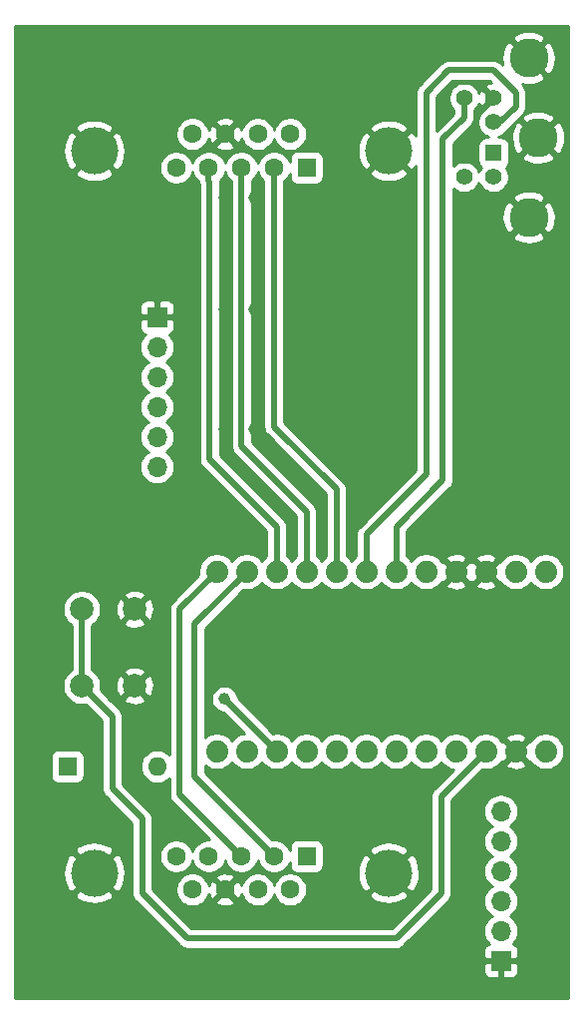
<source format=gbl>
G04 #@! TF.GenerationSoftware,KiCad,Pcbnew,5.1.4*
G04 #@! TF.CreationDate,2019-11-11T19:51:53+01:00*
G04 #@! TF.ProjectId,PluggyReloaded,506c7567-6779-4526-956c-6f616465642e,rev?*
G04 #@! TF.SameCoordinates,Original*
G04 #@! TF.FileFunction,Copper,L2,Bot*
G04 #@! TF.FilePolarity,Positive*
%FSLAX46Y46*%
G04 Gerber Fmt 4.6, Leading zero omitted, Abs format (unit mm)*
G04 Created by KiCad (PCBNEW 5.1.4) date 2019-11-11 19:51:53*
%MOMM*%
%LPD*%
G04 APERTURE LIST*
%ADD10R,1.700000X1.700000*%
%ADD11O,1.700000X1.700000*%
%ADD12C,2.000000*%
%ADD13R,1.600000X1.600000*%
%ADD14C,1.600000*%
%ADD15C,4.000000*%
%ADD16C,1.879600*%
%ADD17O,1.600000X1.600000*%
%ADD18C,3.306000*%
%ADD19R,1.398000X1.398000*%
%ADD20C,1.398000*%
%ADD21C,1.000000*%
%ADD22C,0.500000*%
%ADD23C,0.254000*%
G04 APERTURE END LIST*
D10*
X177800000Y-83820000D03*
D11*
X177800000Y-86360000D03*
X177800000Y-88900000D03*
X177800000Y-91440000D03*
X177800000Y-93980000D03*
X177800000Y-96520000D03*
D12*
X171395000Y-108585000D03*
X175895000Y-108585000D03*
X171395000Y-115085000D03*
X175895000Y-115085000D03*
D13*
X190500000Y-71120000D03*
D14*
X187730000Y-71120000D03*
X184960000Y-71120000D03*
X182190000Y-71120000D03*
X179420000Y-71120000D03*
X189115000Y-68280000D03*
X186345000Y-68280000D03*
X183575000Y-68280000D03*
X180805000Y-68280000D03*
D15*
X197460000Y-69700000D03*
X172460000Y-69700000D03*
D16*
X210820000Y-105410000D03*
X208280000Y-105410000D03*
X205740000Y-105410000D03*
X203200000Y-105410000D03*
X200660000Y-105410000D03*
X198120000Y-105410000D03*
X195580000Y-105410000D03*
X193040000Y-105410000D03*
X190500000Y-105410000D03*
X187960000Y-105410000D03*
X185420000Y-105410000D03*
X182880000Y-105410000D03*
X182880000Y-120650000D03*
X185420000Y-120650000D03*
X187960000Y-120650000D03*
X190500000Y-120650000D03*
X193040000Y-120650000D03*
X195580000Y-120650000D03*
X198120000Y-120650000D03*
X200660000Y-120650000D03*
X203200000Y-120650000D03*
X205740000Y-120650000D03*
X208280000Y-120650000D03*
X210820000Y-120650000D03*
D13*
X170180000Y-121920000D03*
D17*
X177800000Y-121920000D03*
D10*
X207010000Y-138430000D03*
D11*
X207010000Y-135890000D03*
X207010000Y-133350000D03*
X207010000Y-130810000D03*
X207010000Y-128270000D03*
X207010000Y-125730000D03*
D18*
X210185000Y-68580000D03*
X209375000Y-61820000D03*
X209375000Y-75340000D03*
D19*
X206375000Y-69880000D03*
D20*
X206375000Y-67280000D03*
X206375000Y-71930000D03*
X206375000Y-65230000D03*
X203885000Y-71930000D03*
X203885000Y-65230000D03*
D13*
X190500000Y-129540000D03*
D14*
X187730000Y-129540000D03*
X184960000Y-129540000D03*
X182190000Y-129540000D03*
X179420000Y-129540000D03*
X189115000Y-132380000D03*
X186345000Y-132380000D03*
X183575000Y-132380000D03*
X180805000Y-132380000D03*
D15*
X172460000Y-130960000D03*
X197460000Y-130960000D03*
D21*
X204470000Y-94615000D03*
X172085000Y-135255000D03*
X169545000Y-137795000D03*
X186690000Y-109220000D03*
X204470000Y-78740000D03*
X175260000Y-62865000D03*
X175260000Y-67310000D03*
X187325000Y-116205000D03*
X210820000Y-123190000D03*
X204470000Y-86360000D03*
X200660000Y-132080000D03*
X184785000Y-123190000D03*
X191135000Y-123190000D03*
X167005000Y-60325000D03*
X183515000Y-73660000D03*
X186055000Y-73660000D03*
X183515000Y-93345000D03*
X186055000Y-93345000D03*
X183515000Y-83185000D03*
X186055000Y-83185000D03*
X189865000Y-83185000D03*
X189865000Y-73660000D03*
X189865000Y-93345000D03*
X198120000Y-78740000D03*
X198120000Y-86360000D03*
X198755000Y-94615000D03*
X177800000Y-100330000D03*
X170815000Y-100330000D03*
X169545000Y-84455000D03*
X169545000Y-88265000D03*
X194310000Y-67945000D03*
X205105000Y-60325000D03*
X180340000Y-73660000D03*
X180340000Y-83185000D03*
X180340000Y-93345000D03*
X178435000Y-131445000D03*
X202565000Y-133985000D03*
X204470000Y-138430000D03*
X211455000Y-140335000D03*
X183515000Y-116205000D03*
D22*
X198120000Y-101600000D02*
X198120000Y-105410000D01*
X203885000Y-66901002D02*
X202068001Y-68718001D01*
X202068001Y-97651999D02*
X198120000Y-101600000D01*
X202068001Y-68718001D02*
X202068001Y-97651999D01*
X203885000Y-65230000D02*
X203885000Y-66901002D01*
X195580000Y-102235000D02*
X195580000Y-105410000D01*
X200660000Y-97155000D02*
X195580000Y-102235000D01*
X202565000Y-62865000D02*
X200660000Y-64770000D01*
X206375000Y-67280000D02*
X206980000Y-67280000D01*
X206980000Y-67280000D02*
X208280000Y-65980000D01*
X200660000Y-64770000D02*
X200660000Y-97155000D01*
X208280000Y-65980000D02*
X208280000Y-64770000D01*
X208280000Y-64770000D02*
X206375000Y-62865000D01*
X206375000Y-62865000D02*
X202565000Y-62865000D01*
X193040000Y-99695000D02*
X193040000Y-105410000D01*
X187730000Y-93115000D02*
X193040000Y-98425000D01*
X187730000Y-71120000D02*
X187730000Y-93115000D01*
X193040000Y-98425000D02*
X193040000Y-99695000D01*
X190500000Y-100330000D02*
X190500000Y-105410000D01*
X184960000Y-94790000D02*
X190500000Y-100330000D01*
X184960000Y-71120000D02*
X184960000Y-94790000D01*
X187960000Y-101600000D02*
X187960000Y-105410000D01*
X182245000Y-72306370D02*
X182245000Y-95885000D01*
X182245000Y-95885000D02*
X187960000Y-101600000D01*
X182190000Y-72251370D02*
X182245000Y-72306370D01*
X182190000Y-71120000D02*
X182190000Y-72251370D01*
X180975000Y-122785000D02*
X187730000Y-129540000D01*
X185420000Y-105410000D02*
X180975000Y-109855000D01*
X180975000Y-109855000D02*
X180975000Y-122785000D01*
X182880000Y-105410000D02*
X179705000Y-108585000D01*
X179705000Y-124285000D02*
X184960000Y-129540000D01*
X179705000Y-108585000D02*
X179705000Y-124285000D01*
X187960000Y-120650000D02*
X183515000Y-116205000D01*
X171395000Y-113670787D02*
X171395000Y-108585000D01*
X171395000Y-115085000D02*
X171395000Y-113670787D01*
X173990000Y-117680000D02*
X171395000Y-115085000D01*
X173990000Y-123825000D02*
X173990000Y-117680000D01*
X176530000Y-126365000D02*
X173990000Y-123825000D01*
X176530000Y-132715000D02*
X176530000Y-126365000D01*
X205740000Y-120650000D02*
X201930000Y-124460000D01*
X201930000Y-124460000D02*
X201930000Y-132715000D01*
X198120000Y-136525000D02*
X180340000Y-136525000D01*
X201930000Y-132715000D02*
X198120000Y-136525000D01*
X180340000Y-136525000D02*
X176530000Y-132715000D01*
D23*
G36*
X212700000Y-141580000D02*
G01*
X165760000Y-141580000D01*
X165760000Y-139280000D01*
X205521928Y-139280000D01*
X205534188Y-139404482D01*
X205570498Y-139524180D01*
X205629463Y-139634494D01*
X205708815Y-139731185D01*
X205805506Y-139810537D01*
X205915820Y-139869502D01*
X206035518Y-139905812D01*
X206160000Y-139918072D01*
X206724250Y-139915000D01*
X206883000Y-139756250D01*
X206883000Y-138557000D01*
X207137000Y-138557000D01*
X207137000Y-139756250D01*
X207295750Y-139915000D01*
X207860000Y-139918072D01*
X207984482Y-139905812D01*
X208104180Y-139869502D01*
X208214494Y-139810537D01*
X208311185Y-139731185D01*
X208390537Y-139634494D01*
X208449502Y-139524180D01*
X208485812Y-139404482D01*
X208498072Y-139280000D01*
X208495000Y-138715750D01*
X208336250Y-138557000D01*
X207137000Y-138557000D01*
X206883000Y-138557000D01*
X205683750Y-138557000D01*
X205525000Y-138715750D01*
X205521928Y-139280000D01*
X165760000Y-139280000D01*
X165760000Y-132807499D01*
X170792106Y-132807499D01*
X171008228Y-133174258D01*
X171468105Y-133414938D01*
X171966098Y-133561275D01*
X172483071Y-133607648D01*
X172999159Y-133552273D01*
X173494526Y-133397279D01*
X173911772Y-133174258D01*
X174127894Y-132807499D01*
X172460000Y-131139605D01*
X170792106Y-132807499D01*
X165760000Y-132807499D01*
X165760000Y-130983071D01*
X169812352Y-130983071D01*
X169867727Y-131499159D01*
X170022721Y-131994526D01*
X170245742Y-132411772D01*
X170612501Y-132627894D01*
X172280395Y-130960000D01*
X172639605Y-130960000D01*
X174307499Y-132627894D01*
X174674258Y-132411772D01*
X174914938Y-131951895D01*
X175061275Y-131453902D01*
X175107648Y-130936929D01*
X175052273Y-130420841D01*
X174897279Y-129925474D01*
X174674258Y-129508228D01*
X174307499Y-129292106D01*
X172639605Y-130960000D01*
X172280395Y-130960000D01*
X170612501Y-129292106D01*
X170245742Y-129508228D01*
X170005062Y-129968105D01*
X169858725Y-130466098D01*
X169812352Y-130983071D01*
X165760000Y-130983071D01*
X165760000Y-129112501D01*
X170792106Y-129112501D01*
X172460000Y-130780395D01*
X174127894Y-129112501D01*
X173911772Y-128745742D01*
X173451895Y-128505062D01*
X172953902Y-128358725D01*
X172436929Y-128312352D01*
X171920841Y-128367727D01*
X171425474Y-128522721D01*
X171008228Y-128745742D01*
X170792106Y-129112501D01*
X165760000Y-129112501D01*
X165760000Y-121120000D01*
X168741928Y-121120000D01*
X168741928Y-122720000D01*
X168754188Y-122844482D01*
X168790498Y-122964180D01*
X168849463Y-123074494D01*
X168928815Y-123171185D01*
X169025506Y-123250537D01*
X169135820Y-123309502D01*
X169255518Y-123345812D01*
X169380000Y-123358072D01*
X170980000Y-123358072D01*
X171104482Y-123345812D01*
X171224180Y-123309502D01*
X171334494Y-123250537D01*
X171431185Y-123171185D01*
X171510537Y-123074494D01*
X171569502Y-122964180D01*
X171605812Y-122844482D01*
X171618072Y-122720000D01*
X171618072Y-121120000D01*
X171605812Y-120995518D01*
X171569502Y-120875820D01*
X171510537Y-120765506D01*
X171431185Y-120668815D01*
X171334494Y-120589463D01*
X171224180Y-120530498D01*
X171104482Y-120494188D01*
X170980000Y-120481928D01*
X169380000Y-120481928D01*
X169255518Y-120494188D01*
X169135820Y-120530498D01*
X169025506Y-120589463D01*
X168928815Y-120668815D01*
X168849463Y-120765506D01*
X168790498Y-120875820D01*
X168754188Y-120995518D01*
X168741928Y-121120000D01*
X165760000Y-121120000D01*
X165760000Y-108423967D01*
X169760000Y-108423967D01*
X169760000Y-108746033D01*
X169822832Y-109061912D01*
X169946082Y-109359463D01*
X170125013Y-109627252D01*
X170352748Y-109854987D01*
X170510001Y-109960060D01*
X170510000Y-113709941D01*
X170352748Y-113815013D01*
X170125013Y-114042748D01*
X169946082Y-114310537D01*
X169822832Y-114608088D01*
X169760000Y-114923967D01*
X169760000Y-115246033D01*
X169822832Y-115561912D01*
X169946082Y-115859463D01*
X170125013Y-116127252D01*
X170352748Y-116354987D01*
X170620537Y-116533918D01*
X170918088Y-116657168D01*
X171233967Y-116720000D01*
X171556033Y-116720000D01*
X171741525Y-116683103D01*
X173105001Y-118046580D01*
X173105000Y-123781531D01*
X173100719Y-123825000D01*
X173105000Y-123868469D01*
X173105000Y-123868476D01*
X173117805Y-123998489D01*
X173168411Y-124165312D01*
X173250589Y-124319058D01*
X173361183Y-124453817D01*
X173394956Y-124481534D01*
X175645001Y-126731580D01*
X175645000Y-132671531D01*
X175640719Y-132715000D01*
X175645000Y-132758469D01*
X175645000Y-132758476D01*
X175657805Y-132888489D01*
X175708411Y-133055312D01*
X175790589Y-133209058D01*
X175901183Y-133343817D01*
X175934956Y-133371534D01*
X179683470Y-137120049D01*
X179711183Y-137153817D01*
X179744951Y-137181530D01*
X179744953Y-137181532D01*
X179845941Y-137264411D01*
X179999686Y-137346589D01*
X180093344Y-137375000D01*
X180166510Y-137397195D01*
X180296523Y-137410000D01*
X180296531Y-137410000D01*
X180340000Y-137414281D01*
X180383469Y-137410000D01*
X198076531Y-137410000D01*
X198120000Y-137414281D01*
X198163469Y-137410000D01*
X198163477Y-137410000D01*
X198293490Y-137397195D01*
X198460313Y-137346589D01*
X198614059Y-137264411D01*
X198748817Y-137153817D01*
X198776534Y-137120044D01*
X202525049Y-133371530D01*
X202558817Y-133343817D01*
X202586533Y-133310046D01*
X202669411Y-133209059D01*
X202751589Y-133055314D01*
X202802195Y-132888490D01*
X202804410Y-132866004D01*
X202815000Y-132758477D01*
X202815000Y-132758469D01*
X202819281Y-132715000D01*
X202815000Y-132671531D01*
X202815000Y-125730000D01*
X205517815Y-125730000D01*
X205546487Y-126021111D01*
X205631401Y-126301034D01*
X205769294Y-126559014D01*
X205954866Y-126785134D01*
X206180986Y-126970706D01*
X206235791Y-127000000D01*
X206180986Y-127029294D01*
X205954866Y-127214866D01*
X205769294Y-127440986D01*
X205631401Y-127698966D01*
X205546487Y-127978889D01*
X205517815Y-128270000D01*
X205546487Y-128561111D01*
X205631401Y-128841034D01*
X205769294Y-129099014D01*
X205954866Y-129325134D01*
X206180986Y-129510706D01*
X206235791Y-129540000D01*
X206180986Y-129569294D01*
X205954866Y-129754866D01*
X205769294Y-129980986D01*
X205631401Y-130238966D01*
X205546487Y-130518889D01*
X205517815Y-130810000D01*
X205546487Y-131101111D01*
X205631401Y-131381034D01*
X205769294Y-131639014D01*
X205954866Y-131865134D01*
X206180986Y-132050706D01*
X206235791Y-132080000D01*
X206180986Y-132109294D01*
X205954866Y-132294866D01*
X205769294Y-132520986D01*
X205631401Y-132778966D01*
X205546487Y-133058889D01*
X205517815Y-133350000D01*
X205546487Y-133641111D01*
X205631401Y-133921034D01*
X205769294Y-134179014D01*
X205954866Y-134405134D01*
X206180986Y-134590706D01*
X206235791Y-134620000D01*
X206180986Y-134649294D01*
X205954866Y-134834866D01*
X205769294Y-135060986D01*
X205631401Y-135318966D01*
X205546487Y-135598889D01*
X205517815Y-135890000D01*
X205546487Y-136181111D01*
X205631401Y-136461034D01*
X205769294Y-136719014D01*
X205954866Y-136945134D01*
X205984687Y-136969607D01*
X205915820Y-136990498D01*
X205805506Y-137049463D01*
X205708815Y-137128815D01*
X205629463Y-137225506D01*
X205570498Y-137335820D01*
X205534188Y-137455518D01*
X205521928Y-137580000D01*
X205525000Y-138144250D01*
X205683750Y-138303000D01*
X206883000Y-138303000D01*
X206883000Y-138283000D01*
X207137000Y-138283000D01*
X207137000Y-138303000D01*
X208336250Y-138303000D01*
X208495000Y-138144250D01*
X208498072Y-137580000D01*
X208485812Y-137455518D01*
X208449502Y-137335820D01*
X208390537Y-137225506D01*
X208311185Y-137128815D01*
X208214494Y-137049463D01*
X208104180Y-136990498D01*
X208035313Y-136969607D01*
X208065134Y-136945134D01*
X208250706Y-136719014D01*
X208388599Y-136461034D01*
X208473513Y-136181111D01*
X208502185Y-135890000D01*
X208473513Y-135598889D01*
X208388599Y-135318966D01*
X208250706Y-135060986D01*
X208065134Y-134834866D01*
X207839014Y-134649294D01*
X207784209Y-134620000D01*
X207839014Y-134590706D01*
X208065134Y-134405134D01*
X208250706Y-134179014D01*
X208388599Y-133921034D01*
X208473513Y-133641111D01*
X208502185Y-133350000D01*
X208473513Y-133058889D01*
X208388599Y-132778966D01*
X208250706Y-132520986D01*
X208065134Y-132294866D01*
X207839014Y-132109294D01*
X207784209Y-132080000D01*
X207839014Y-132050706D01*
X208065134Y-131865134D01*
X208250706Y-131639014D01*
X208388599Y-131381034D01*
X208473513Y-131101111D01*
X208502185Y-130810000D01*
X208473513Y-130518889D01*
X208388599Y-130238966D01*
X208250706Y-129980986D01*
X208065134Y-129754866D01*
X207839014Y-129569294D01*
X207784209Y-129540000D01*
X207839014Y-129510706D01*
X208065134Y-129325134D01*
X208250706Y-129099014D01*
X208388599Y-128841034D01*
X208473513Y-128561111D01*
X208502185Y-128270000D01*
X208473513Y-127978889D01*
X208388599Y-127698966D01*
X208250706Y-127440986D01*
X208065134Y-127214866D01*
X207839014Y-127029294D01*
X207784209Y-127000000D01*
X207839014Y-126970706D01*
X208065134Y-126785134D01*
X208250706Y-126559014D01*
X208388599Y-126301034D01*
X208473513Y-126021111D01*
X208502185Y-125730000D01*
X208473513Y-125438889D01*
X208388599Y-125158966D01*
X208250706Y-124900986D01*
X208065134Y-124674866D01*
X207839014Y-124489294D01*
X207581034Y-124351401D01*
X207301111Y-124266487D01*
X207082950Y-124245000D01*
X206937050Y-124245000D01*
X206718889Y-124266487D01*
X206438966Y-124351401D01*
X206180986Y-124489294D01*
X205954866Y-124674866D01*
X205769294Y-124900986D01*
X205631401Y-125158966D01*
X205546487Y-125438889D01*
X205517815Y-125730000D01*
X202815000Y-125730000D01*
X202815000Y-124826578D01*
X205444671Y-122196908D01*
X205584896Y-122224800D01*
X205895104Y-122224800D01*
X206199352Y-122164282D01*
X206485948Y-122045570D01*
X206743877Y-121873227D01*
X206874628Y-121742476D01*
X207367129Y-121742476D01*
X207455623Y-122000723D01*
X207734976Y-122135597D01*
X208035275Y-122213381D01*
X208344977Y-122231084D01*
X208652184Y-122188027D01*
X208945086Y-122085865D01*
X209104377Y-122000723D01*
X209192871Y-121742476D01*
X208280000Y-120829605D01*
X207367129Y-121742476D01*
X206874628Y-121742476D01*
X206963227Y-121653877D01*
X207054495Y-121517286D01*
X207187524Y-121562871D01*
X208100395Y-120650000D01*
X208459605Y-120650000D01*
X209372476Y-121562871D01*
X209505505Y-121517286D01*
X209596773Y-121653877D01*
X209816123Y-121873227D01*
X210074052Y-122045570D01*
X210360648Y-122164282D01*
X210664896Y-122224800D01*
X210975104Y-122224800D01*
X211279352Y-122164282D01*
X211565948Y-122045570D01*
X211823877Y-121873227D01*
X212043227Y-121653877D01*
X212215570Y-121395948D01*
X212334282Y-121109352D01*
X212394800Y-120805104D01*
X212394800Y-120494896D01*
X212334282Y-120190648D01*
X212215570Y-119904052D01*
X212043227Y-119646123D01*
X211823877Y-119426773D01*
X211565948Y-119254430D01*
X211279352Y-119135718D01*
X210975104Y-119075200D01*
X210664896Y-119075200D01*
X210360648Y-119135718D01*
X210074052Y-119254430D01*
X209816123Y-119426773D01*
X209596773Y-119646123D01*
X209505505Y-119782714D01*
X209372476Y-119737129D01*
X208459605Y-120650000D01*
X208100395Y-120650000D01*
X207187524Y-119737129D01*
X207054495Y-119782714D01*
X206963227Y-119646123D01*
X206874628Y-119557524D01*
X207367129Y-119557524D01*
X208280000Y-120470395D01*
X209192871Y-119557524D01*
X209104377Y-119299277D01*
X208825024Y-119164403D01*
X208524725Y-119086619D01*
X208215023Y-119068916D01*
X207907816Y-119111973D01*
X207614914Y-119214135D01*
X207455623Y-119299277D01*
X207367129Y-119557524D01*
X206874628Y-119557524D01*
X206743877Y-119426773D01*
X206485948Y-119254430D01*
X206199352Y-119135718D01*
X205895104Y-119075200D01*
X205584896Y-119075200D01*
X205280648Y-119135718D01*
X204994052Y-119254430D01*
X204736123Y-119426773D01*
X204516773Y-119646123D01*
X204470000Y-119716124D01*
X204423227Y-119646123D01*
X204203877Y-119426773D01*
X203945948Y-119254430D01*
X203659352Y-119135718D01*
X203355104Y-119075200D01*
X203044896Y-119075200D01*
X202740648Y-119135718D01*
X202454052Y-119254430D01*
X202196123Y-119426773D01*
X201976773Y-119646123D01*
X201930000Y-119716124D01*
X201883227Y-119646123D01*
X201663877Y-119426773D01*
X201405948Y-119254430D01*
X201119352Y-119135718D01*
X200815104Y-119075200D01*
X200504896Y-119075200D01*
X200200648Y-119135718D01*
X199914052Y-119254430D01*
X199656123Y-119426773D01*
X199436773Y-119646123D01*
X199390000Y-119716124D01*
X199343227Y-119646123D01*
X199123877Y-119426773D01*
X198865948Y-119254430D01*
X198579352Y-119135718D01*
X198275104Y-119075200D01*
X197964896Y-119075200D01*
X197660648Y-119135718D01*
X197374052Y-119254430D01*
X197116123Y-119426773D01*
X196896773Y-119646123D01*
X196850000Y-119716124D01*
X196803227Y-119646123D01*
X196583877Y-119426773D01*
X196325948Y-119254430D01*
X196039352Y-119135718D01*
X195735104Y-119075200D01*
X195424896Y-119075200D01*
X195120648Y-119135718D01*
X194834052Y-119254430D01*
X194576123Y-119426773D01*
X194356773Y-119646123D01*
X194310000Y-119716124D01*
X194263227Y-119646123D01*
X194043877Y-119426773D01*
X193785948Y-119254430D01*
X193499352Y-119135718D01*
X193195104Y-119075200D01*
X192884896Y-119075200D01*
X192580648Y-119135718D01*
X192294052Y-119254430D01*
X192036123Y-119426773D01*
X191816773Y-119646123D01*
X191770000Y-119716124D01*
X191723227Y-119646123D01*
X191503877Y-119426773D01*
X191245948Y-119254430D01*
X190959352Y-119135718D01*
X190655104Y-119075200D01*
X190344896Y-119075200D01*
X190040648Y-119135718D01*
X189754052Y-119254430D01*
X189496123Y-119426773D01*
X189276773Y-119646123D01*
X189230000Y-119716124D01*
X189183227Y-119646123D01*
X188963877Y-119426773D01*
X188705948Y-119254430D01*
X188419352Y-119135718D01*
X188115104Y-119075200D01*
X187804896Y-119075200D01*
X187664671Y-119103092D01*
X184648811Y-116087232D01*
X184606383Y-115873933D01*
X184520824Y-115667376D01*
X184396612Y-115481480D01*
X184238520Y-115323388D01*
X184052624Y-115199176D01*
X183846067Y-115113617D01*
X183626788Y-115070000D01*
X183403212Y-115070000D01*
X183183933Y-115113617D01*
X182977376Y-115199176D01*
X182791480Y-115323388D01*
X182633388Y-115481480D01*
X182509176Y-115667376D01*
X182423617Y-115873933D01*
X182380000Y-116093212D01*
X182380000Y-116316788D01*
X182423617Y-116536067D01*
X182509176Y-116742624D01*
X182633388Y-116928520D01*
X182791480Y-117086612D01*
X182977376Y-117210824D01*
X183183933Y-117296383D01*
X183397232Y-117338811D01*
X185155401Y-119096980D01*
X184960648Y-119135718D01*
X184674052Y-119254430D01*
X184416123Y-119426773D01*
X184196773Y-119646123D01*
X184150000Y-119716124D01*
X184103227Y-119646123D01*
X183883877Y-119426773D01*
X183625948Y-119254430D01*
X183339352Y-119135718D01*
X183035104Y-119075200D01*
X182724896Y-119075200D01*
X182420648Y-119135718D01*
X182134052Y-119254430D01*
X181876123Y-119426773D01*
X181860000Y-119442896D01*
X181860000Y-110221578D01*
X185124671Y-106956908D01*
X185264896Y-106984800D01*
X185575104Y-106984800D01*
X185879352Y-106924282D01*
X186165948Y-106805570D01*
X186423877Y-106633227D01*
X186643227Y-106413877D01*
X186690000Y-106343876D01*
X186736773Y-106413877D01*
X186956123Y-106633227D01*
X187214052Y-106805570D01*
X187500648Y-106924282D01*
X187804896Y-106984800D01*
X188115104Y-106984800D01*
X188419352Y-106924282D01*
X188705948Y-106805570D01*
X188963877Y-106633227D01*
X189183227Y-106413877D01*
X189230000Y-106343876D01*
X189276773Y-106413877D01*
X189496123Y-106633227D01*
X189754052Y-106805570D01*
X190040648Y-106924282D01*
X190344896Y-106984800D01*
X190655104Y-106984800D01*
X190959352Y-106924282D01*
X191245948Y-106805570D01*
X191503877Y-106633227D01*
X191723227Y-106413877D01*
X191770000Y-106343876D01*
X191816773Y-106413877D01*
X192036123Y-106633227D01*
X192294052Y-106805570D01*
X192580648Y-106924282D01*
X192884896Y-106984800D01*
X193195104Y-106984800D01*
X193499352Y-106924282D01*
X193785948Y-106805570D01*
X194043877Y-106633227D01*
X194263227Y-106413877D01*
X194310000Y-106343876D01*
X194356773Y-106413877D01*
X194576123Y-106633227D01*
X194834052Y-106805570D01*
X195120648Y-106924282D01*
X195424896Y-106984800D01*
X195735104Y-106984800D01*
X196039352Y-106924282D01*
X196325948Y-106805570D01*
X196583877Y-106633227D01*
X196803227Y-106413877D01*
X196850000Y-106343876D01*
X196896773Y-106413877D01*
X197116123Y-106633227D01*
X197374052Y-106805570D01*
X197660648Y-106924282D01*
X197964896Y-106984800D01*
X198275104Y-106984800D01*
X198579352Y-106924282D01*
X198865948Y-106805570D01*
X199123877Y-106633227D01*
X199343227Y-106413877D01*
X199390000Y-106343876D01*
X199436773Y-106413877D01*
X199656123Y-106633227D01*
X199914052Y-106805570D01*
X200200648Y-106924282D01*
X200504896Y-106984800D01*
X200815104Y-106984800D01*
X201119352Y-106924282D01*
X201405948Y-106805570D01*
X201663877Y-106633227D01*
X201794628Y-106502476D01*
X202287129Y-106502476D01*
X202375623Y-106760723D01*
X202654976Y-106895597D01*
X202955275Y-106973381D01*
X203264977Y-106991084D01*
X203572184Y-106948027D01*
X203865086Y-106845865D01*
X204024377Y-106760723D01*
X204112871Y-106502476D01*
X204827129Y-106502476D01*
X204915623Y-106760723D01*
X205194976Y-106895597D01*
X205495275Y-106973381D01*
X205804977Y-106991084D01*
X206112184Y-106948027D01*
X206405086Y-106845865D01*
X206564377Y-106760723D01*
X206652871Y-106502476D01*
X205740000Y-105589605D01*
X204827129Y-106502476D01*
X204112871Y-106502476D01*
X203200000Y-105589605D01*
X202287129Y-106502476D01*
X201794628Y-106502476D01*
X201883227Y-106413877D01*
X201974495Y-106277286D01*
X202107524Y-106322871D01*
X203020395Y-105410000D01*
X203379605Y-105410000D01*
X204292476Y-106322871D01*
X204470000Y-106262039D01*
X204647524Y-106322871D01*
X205560395Y-105410000D01*
X205919605Y-105410000D01*
X206832476Y-106322871D01*
X206965505Y-106277286D01*
X207056773Y-106413877D01*
X207276123Y-106633227D01*
X207534052Y-106805570D01*
X207820648Y-106924282D01*
X208124896Y-106984800D01*
X208435104Y-106984800D01*
X208739352Y-106924282D01*
X209025948Y-106805570D01*
X209283877Y-106633227D01*
X209503227Y-106413877D01*
X209550000Y-106343876D01*
X209596773Y-106413877D01*
X209816123Y-106633227D01*
X210074052Y-106805570D01*
X210360648Y-106924282D01*
X210664896Y-106984800D01*
X210975104Y-106984800D01*
X211279352Y-106924282D01*
X211565948Y-106805570D01*
X211823877Y-106633227D01*
X212043227Y-106413877D01*
X212215570Y-106155948D01*
X212334282Y-105869352D01*
X212394800Y-105565104D01*
X212394800Y-105254896D01*
X212334282Y-104950648D01*
X212215570Y-104664052D01*
X212043227Y-104406123D01*
X211823877Y-104186773D01*
X211565948Y-104014430D01*
X211279352Y-103895718D01*
X210975104Y-103835200D01*
X210664896Y-103835200D01*
X210360648Y-103895718D01*
X210074052Y-104014430D01*
X209816123Y-104186773D01*
X209596773Y-104406123D01*
X209550000Y-104476124D01*
X209503227Y-104406123D01*
X209283877Y-104186773D01*
X209025948Y-104014430D01*
X208739352Y-103895718D01*
X208435104Y-103835200D01*
X208124896Y-103835200D01*
X207820648Y-103895718D01*
X207534052Y-104014430D01*
X207276123Y-104186773D01*
X207056773Y-104406123D01*
X206965505Y-104542714D01*
X206832476Y-104497129D01*
X205919605Y-105410000D01*
X205560395Y-105410000D01*
X204647524Y-104497129D01*
X204470000Y-104557961D01*
X204292476Y-104497129D01*
X203379605Y-105410000D01*
X203020395Y-105410000D01*
X202107524Y-104497129D01*
X201974495Y-104542714D01*
X201883227Y-104406123D01*
X201794628Y-104317524D01*
X202287129Y-104317524D01*
X203200000Y-105230395D01*
X204112871Y-104317524D01*
X204827129Y-104317524D01*
X205740000Y-105230395D01*
X206652871Y-104317524D01*
X206564377Y-104059277D01*
X206285024Y-103924403D01*
X205984725Y-103846619D01*
X205675023Y-103828916D01*
X205367816Y-103871973D01*
X205074914Y-103974135D01*
X204915623Y-104059277D01*
X204827129Y-104317524D01*
X204112871Y-104317524D01*
X204024377Y-104059277D01*
X203745024Y-103924403D01*
X203444725Y-103846619D01*
X203135023Y-103828916D01*
X202827816Y-103871973D01*
X202534914Y-103974135D01*
X202375623Y-104059277D01*
X202287129Y-104317524D01*
X201794628Y-104317524D01*
X201663877Y-104186773D01*
X201405948Y-104014430D01*
X201119352Y-103895718D01*
X200815104Y-103835200D01*
X200504896Y-103835200D01*
X200200648Y-103895718D01*
X199914052Y-104014430D01*
X199656123Y-104186773D01*
X199436773Y-104406123D01*
X199390000Y-104476124D01*
X199343227Y-104406123D01*
X199123877Y-104186773D01*
X199005000Y-104107342D01*
X199005000Y-101966578D01*
X202663050Y-98308529D01*
X202696818Y-98280816D01*
X202807412Y-98146058D01*
X202870945Y-98027195D01*
X202889590Y-97992313D01*
X202940196Y-97825489D01*
X202947626Y-97750047D01*
X202953001Y-97695476D01*
X202953001Y-97695468D01*
X202957282Y-97651999D01*
X202953001Y-97608530D01*
X202953001Y-76940572D01*
X207954034Y-76940572D01*
X208128448Y-77271797D01*
X208529275Y-77477868D01*
X208962603Y-77601783D01*
X209411779Y-77638778D01*
X209859541Y-77587432D01*
X210288683Y-77449719D01*
X210621552Y-77271797D01*
X210795966Y-76940572D01*
X209375000Y-75519605D01*
X207954034Y-76940572D01*
X202953001Y-76940572D01*
X202953001Y-75376779D01*
X207076222Y-75376779D01*
X207127568Y-75824541D01*
X207265281Y-76253683D01*
X207443203Y-76586552D01*
X207774428Y-76760966D01*
X209195395Y-75340000D01*
X209554605Y-75340000D01*
X210975572Y-76760966D01*
X211306797Y-76586552D01*
X211512868Y-76185725D01*
X211636783Y-75752397D01*
X211673778Y-75303221D01*
X211622432Y-74855459D01*
X211484719Y-74426317D01*
X211306797Y-74093448D01*
X210975572Y-73919034D01*
X209554605Y-75340000D01*
X209195395Y-75340000D01*
X207774428Y-73919034D01*
X207443203Y-74093448D01*
X207237132Y-74494275D01*
X207113217Y-74927603D01*
X207076222Y-75376779D01*
X202953001Y-75376779D01*
X202953001Y-73739428D01*
X207954034Y-73739428D01*
X209375000Y-75160395D01*
X210795966Y-73739428D01*
X210621552Y-73408203D01*
X210220725Y-73202132D01*
X209787397Y-73078217D01*
X209338221Y-73041222D01*
X208890459Y-73092568D01*
X208461317Y-73230281D01*
X208128448Y-73408203D01*
X207954034Y-73739428D01*
X202953001Y-73739428D01*
X202953001Y-72884563D01*
X203034624Y-72966186D01*
X203253114Y-73112176D01*
X203495886Y-73212735D01*
X203753612Y-73264000D01*
X204016388Y-73264000D01*
X204274114Y-73212735D01*
X204516886Y-73112176D01*
X204735376Y-72966186D01*
X204921186Y-72780376D01*
X205067176Y-72561886D01*
X205130000Y-72410215D01*
X205192824Y-72561886D01*
X205338814Y-72780376D01*
X205524624Y-72966186D01*
X205743114Y-73112176D01*
X205985886Y-73212735D01*
X206243612Y-73264000D01*
X206506388Y-73264000D01*
X206764114Y-73212735D01*
X207006886Y-73112176D01*
X207225376Y-72966186D01*
X207411186Y-72780376D01*
X207557176Y-72561886D01*
X207657735Y-72319114D01*
X207709000Y-72061388D01*
X207709000Y-71798612D01*
X207657735Y-71540886D01*
X207557176Y-71298114D01*
X207430224Y-71108117D01*
X207525185Y-71030185D01*
X207604537Y-70933494D01*
X207663502Y-70823180D01*
X207699812Y-70703482D01*
X207712072Y-70579000D01*
X207712072Y-70180572D01*
X208764034Y-70180572D01*
X208938448Y-70511797D01*
X209339275Y-70717868D01*
X209772603Y-70841783D01*
X210221779Y-70878778D01*
X210669541Y-70827432D01*
X211098683Y-70689719D01*
X211431552Y-70511797D01*
X211605966Y-70180572D01*
X210185000Y-68759605D01*
X208764034Y-70180572D01*
X207712072Y-70180572D01*
X207712072Y-69181000D01*
X207699812Y-69056518D01*
X207663502Y-68936820D01*
X207604537Y-68826506D01*
X207525185Y-68729815D01*
X207428494Y-68650463D01*
X207365477Y-68616779D01*
X207886222Y-68616779D01*
X207937568Y-69064541D01*
X208075281Y-69493683D01*
X208253203Y-69826552D01*
X208584428Y-70000966D01*
X210005395Y-68580000D01*
X210364605Y-68580000D01*
X211785572Y-70000966D01*
X212116797Y-69826552D01*
X212322868Y-69425725D01*
X212446783Y-68992397D01*
X212483778Y-68543221D01*
X212432432Y-68095459D01*
X212294719Y-67666317D01*
X212116797Y-67333448D01*
X211785572Y-67159034D01*
X210364605Y-68580000D01*
X210005395Y-68580000D01*
X208584428Y-67159034D01*
X208253203Y-67333448D01*
X208047132Y-67734275D01*
X207923217Y-68167603D01*
X207886222Y-68616779D01*
X207365477Y-68616779D01*
X207318180Y-68591498D01*
X207198482Y-68555188D01*
X207074000Y-68542928D01*
X206811933Y-68542928D01*
X207006886Y-68462176D01*
X207225376Y-68316186D01*
X207411186Y-68130376D01*
X207499015Y-67998930D01*
X207608817Y-67908817D01*
X207636534Y-67875044D01*
X208532150Y-66979428D01*
X208764034Y-66979428D01*
X210185000Y-68400395D01*
X211605966Y-66979428D01*
X211431552Y-66648203D01*
X211030725Y-66442132D01*
X210597397Y-66318217D01*
X210148221Y-66281222D01*
X209700459Y-66332568D01*
X209271317Y-66470281D01*
X208938448Y-66648203D01*
X208764034Y-66979428D01*
X208532150Y-66979428D01*
X208875050Y-66636529D01*
X208908817Y-66608817D01*
X208942002Y-66568382D01*
X209019411Y-66474059D01*
X209101589Y-66320314D01*
X209152195Y-66153490D01*
X209152484Y-66150555D01*
X209165000Y-66023477D01*
X209165000Y-66023469D01*
X209169281Y-65980000D01*
X209165000Y-65936531D01*
X209165000Y-64813469D01*
X209169281Y-64770000D01*
X209165000Y-64726531D01*
X209165000Y-64726523D01*
X209152195Y-64596510D01*
X209101589Y-64429687D01*
X209019411Y-64275941D01*
X208952011Y-64193814D01*
X208936532Y-64174953D01*
X208936530Y-64174951D01*
X208908817Y-64141183D01*
X208875049Y-64113470D01*
X208795608Y-64034029D01*
X208962603Y-64081783D01*
X209411779Y-64118778D01*
X209859541Y-64067432D01*
X210288683Y-63929719D01*
X210621552Y-63751797D01*
X210795966Y-63420572D01*
X209375000Y-61999605D01*
X209360858Y-62013748D01*
X209181252Y-61834142D01*
X209195395Y-61820000D01*
X209554605Y-61820000D01*
X210975572Y-63240966D01*
X211306797Y-63066552D01*
X211512868Y-62665725D01*
X211636783Y-62232397D01*
X211673778Y-61783221D01*
X211622432Y-61335459D01*
X211484719Y-60906317D01*
X211306797Y-60573448D01*
X210975572Y-60399034D01*
X209554605Y-61820000D01*
X209195395Y-61820000D01*
X207774428Y-60399034D01*
X207443203Y-60573448D01*
X207237132Y-60974275D01*
X207113217Y-61407603D01*
X207076222Y-61856779D01*
X207127568Y-62304541D01*
X207156605Y-62395027D01*
X207031534Y-62269956D01*
X207003817Y-62236183D01*
X206869059Y-62125589D01*
X206715313Y-62043411D01*
X206548490Y-61992805D01*
X206418477Y-61980000D01*
X206418469Y-61980000D01*
X206375000Y-61975719D01*
X206331531Y-61980000D01*
X202608469Y-61980000D01*
X202565000Y-61975719D01*
X202521531Y-61980000D01*
X202521523Y-61980000D01*
X202391510Y-61992805D01*
X202224687Y-62043411D01*
X202070941Y-62125589D01*
X201969953Y-62208468D01*
X201969951Y-62208470D01*
X201936183Y-62236183D01*
X201908470Y-62269951D01*
X200064956Y-64113466D01*
X200031183Y-64141183D01*
X199920589Y-64275942D01*
X199838411Y-64429688D01*
X199787805Y-64596511D01*
X199775000Y-64726524D01*
X199775000Y-64726531D01*
X199770719Y-64770000D01*
X199775000Y-64813469D01*
X199775000Y-68436705D01*
X199674258Y-68248228D01*
X199307499Y-68032106D01*
X197639605Y-69700000D01*
X199307499Y-71367894D01*
X199674258Y-71151772D01*
X199775000Y-70959280D01*
X199775001Y-96788420D01*
X194984956Y-101578466D01*
X194951183Y-101606183D01*
X194840589Y-101740942D01*
X194758411Y-101894688D01*
X194707805Y-102061511D01*
X194695000Y-102191524D01*
X194695000Y-102191531D01*
X194690719Y-102235000D01*
X194695000Y-102278469D01*
X194695001Y-104107341D01*
X194576123Y-104186773D01*
X194356773Y-104406123D01*
X194310000Y-104476124D01*
X194263227Y-104406123D01*
X194043877Y-104186773D01*
X193925000Y-104107342D01*
X193925000Y-98468466D01*
X193929281Y-98424999D01*
X193925000Y-98381533D01*
X193925000Y-98381523D01*
X193912195Y-98251510D01*
X193861589Y-98084687D01*
X193779411Y-97930941D01*
X193668817Y-97796183D01*
X193635051Y-97768472D01*
X188615000Y-92748422D01*
X188615000Y-72254521D01*
X188644759Y-72234637D01*
X188844637Y-72034759D01*
X189001680Y-71799727D01*
X189061928Y-71654275D01*
X189061928Y-71920000D01*
X189074188Y-72044482D01*
X189110498Y-72164180D01*
X189169463Y-72274494D01*
X189248815Y-72371185D01*
X189345506Y-72450537D01*
X189455820Y-72509502D01*
X189575518Y-72545812D01*
X189700000Y-72558072D01*
X191300000Y-72558072D01*
X191424482Y-72545812D01*
X191544180Y-72509502D01*
X191654494Y-72450537D01*
X191751185Y-72371185D01*
X191830537Y-72274494D01*
X191889502Y-72164180D01*
X191925812Y-72044482D01*
X191938072Y-71920000D01*
X191938072Y-71547499D01*
X195792106Y-71547499D01*
X196008228Y-71914258D01*
X196468105Y-72154938D01*
X196966098Y-72301275D01*
X197483071Y-72347648D01*
X197999159Y-72292273D01*
X198494526Y-72137279D01*
X198911772Y-71914258D01*
X199127894Y-71547499D01*
X197460000Y-69879605D01*
X195792106Y-71547499D01*
X191938072Y-71547499D01*
X191938072Y-70320000D01*
X191925812Y-70195518D01*
X191889502Y-70075820D01*
X191830537Y-69965506D01*
X191751185Y-69868815D01*
X191654494Y-69789463D01*
X191544180Y-69730498D01*
X191519697Y-69723071D01*
X194812352Y-69723071D01*
X194867727Y-70239159D01*
X195022721Y-70734526D01*
X195245742Y-71151772D01*
X195612501Y-71367894D01*
X197280395Y-69700000D01*
X195612501Y-68032106D01*
X195245742Y-68248228D01*
X195005062Y-68708105D01*
X194858725Y-69206098D01*
X194812352Y-69723071D01*
X191519697Y-69723071D01*
X191424482Y-69694188D01*
X191300000Y-69681928D01*
X189700000Y-69681928D01*
X189575518Y-69694188D01*
X189455820Y-69730498D01*
X189345506Y-69789463D01*
X189248815Y-69868815D01*
X189169463Y-69965506D01*
X189110498Y-70075820D01*
X189074188Y-70195518D01*
X189061928Y-70320000D01*
X189061928Y-70585725D01*
X189001680Y-70440273D01*
X188844637Y-70205241D01*
X188644759Y-70005363D01*
X188409727Y-69848320D01*
X188148574Y-69740147D01*
X187871335Y-69685000D01*
X187588665Y-69685000D01*
X187311426Y-69740147D01*
X187050273Y-69848320D01*
X186815241Y-70005363D01*
X186615363Y-70205241D01*
X186458320Y-70440273D01*
X186350147Y-70701426D01*
X186345000Y-70727301D01*
X186339853Y-70701426D01*
X186231680Y-70440273D01*
X186074637Y-70205241D01*
X185874759Y-70005363D01*
X185639727Y-69848320D01*
X185378574Y-69740147D01*
X185101335Y-69685000D01*
X184818665Y-69685000D01*
X184541426Y-69740147D01*
X184280273Y-69848320D01*
X184045241Y-70005363D01*
X183845363Y-70205241D01*
X183688320Y-70440273D01*
X183580147Y-70701426D01*
X183575000Y-70727301D01*
X183569853Y-70701426D01*
X183461680Y-70440273D01*
X183304637Y-70205241D01*
X183104759Y-70005363D01*
X182869727Y-69848320D01*
X182608574Y-69740147D01*
X182331335Y-69685000D01*
X182048665Y-69685000D01*
X181771426Y-69740147D01*
X181510273Y-69848320D01*
X181275241Y-70005363D01*
X181075363Y-70205241D01*
X180918320Y-70440273D01*
X180810147Y-70701426D01*
X180805000Y-70727301D01*
X180799853Y-70701426D01*
X180691680Y-70440273D01*
X180534637Y-70205241D01*
X180334759Y-70005363D01*
X180099727Y-69848320D01*
X179838574Y-69740147D01*
X179561335Y-69685000D01*
X179278665Y-69685000D01*
X179001426Y-69740147D01*
X178740273Y-69848320D01*
X178505241Y-70005363D01*
X178305363Y-70205241D01*
X178148320Y-70440273D01*
X178040147Y-70701426D01*
X177985000Y-70978665D01*
X177985000Y-71261335D01*
X178040147Y-71538574D01*
X178148320Y-71799727D01*
X178305363Y-72034759D01*
X178505241Y-72234637D01*
X178740273Y-72391680D01*
X179001426Y-72499853D01*
X179278665Y-72555000D01*
X179561335Y-72555000D01*
X179838574Y-72499853D01*
X180099727Y-72391680D01*
X180334759Y-72234637D01*
X180534637Y-72034759D01*
X180691680Y-71799727D01*
X180799853Y-71538574D01*
X180805000Y-71512699D01*
X180810147Y-71538574D01*
X180918320Y-71799727D01*
X181075363Y-72034759D01*
X181275241Y-72234637D01*
X181300750Y-72251681D01*
X181317805Y-72424860D01*
X181360000Y-72563953D01*
X181360001Y-95841521D01*
X181355719Y-95885000D01*
X181372805Y-96058490D01*
X181423412Y-96225313D01*
X181505590Y-96379059D01*
X181588468Y-96480046D01*
X181588471Y-96480049D01*
X181616184Y-96513817D01*
X181649952Y-96541530D01*
X187075000Y-101966579D01*
X187075001Y-104107341D01*
X186956123Y-104186773D01*
X186736773Y-104406123D01*
X186690000Y-104476124D01*
X186643227Y-104406123D01*
X186423877Y-104186773D01*
X186165948Y-104014430D01*
X185879352Y-103895718D01*
X185575104Y-103835200D01*
X185264896Y-103835200D01*
X184960648Y-103895718D01*
X184674052Y-104014430D01*
X184416123Y-104186773D01*
X184196773Y-104406123D01*
X184150000Y-104476124D01*
X184103227Y-104406123D01*
X183883877Y-104186773D01*
X183625948Y-104014430D01*
X183339352Y-103895718D01*
X183035104Y-103835200D01*
X182724896Y-103835200D01*
X182420648Y-103895718D01*
X182134052Y-104014430D01*
X181876123Y-104186773D01*
X181656773Y-104406123D01*
X181484430Y-104664052D01*
X181365718Y-104950648D01*
X181305200Y-105254896D01*
X181305200Y-105565104D01*
X181333092Y-105705329D01*
X179109956Y-107928466D01*
X179076183Y-107956183D01*
X178965589Y-108090942D01*
X178883411Y-108244688D01*
X178832805Y-108411511D01*
X178820000Y-108541524D01*
X178820000Y-108541531D01*
X178815719Y-108585000D01*
X178820000Y-108628469D01*
X178820001Y-120900871D01*
X178819608Y-120900392D01*
X178601101Y-120721068D01*
X178351808Y-120587818D01*
X178081309Y-120505764D01*
X177870492Y-120485000D01*
X177729508Y-120485000D01*
X177518691Y-120505764D01*
X177248192Y-120587818D01*
X176998899Y-120721068D01*
X176780392Y-120900392D01*
X176601068Y-121118899D01*
X176467818Y-121368192D01*
X176385764Y-121638691D01*
X176358057Y-121920000D01*
X176385764Y-122201309D01*
X176467818Y-122471808D01*
X176601068Y-122721101D01*
X176780392Y-122939608D01*
X176998899Y-123118932D01*
X177248192Y-123252182D01*
X177518691Y-123334236D01*
X177729508Y-123355000D01*
X177870492Y-123355000D01*
X178081309Y-123334236D01*
X178351808Y-123252182D01*
X178601101Y-123118932D01*
X178819608Y-122939608D01*
X178820001Y-122939129D01*
X178820001Y-124241521D01*
X178815719Y-124285000D01*
X178832805Y-124458490D01*
X178883412Y-124625313D01*
X178965590Y-124779059D01*
X179048468Y-124880046D01*
X179048471Y-124880049D01*
X179076184Y-124913817D01*
X179109952Y-124941530D01*
X182273421Y-128105000D01*
X182048665Y-128105000D01*
X181771426Y-128160147D01*
X181510273Y-128268320D01*
X181275241Y-128425363D01*
X181075363Y-128625241D01*
X180918320Y-128860273D01*
X180810147Y-129121426D01*
X180805000Y-129147301D01*
X180799853Y-129121426D01*
X180691680Y-128860273D01*
X180534637Y-128625241D01*
X180334759Y-128425363D01*
X180099727Y-128268320D01*
X179838574Y-128160147D01*
X179561335Y-128105000D01*
X179278665Y-128105000D01*
X179001426Y-128160147D01*
X178740273Y-128268320D01*
X178505241Y-128425363D01*
X178305363Y-128625241D01*
X178148320Y-128860273D01*
X178040147Y-129121426D01*
X177985000Y-129398665D01*
X177985000Y-129681335D01*
X178040147Y-129958574D01*
X178148320Y-130219727D01*
X178305363Y-130454759D01*
X178505241Y-130654637D01*
X178740273Y-130811680D01*
X179001426Y-130919853D01*
X179278665Y-130975000D01*
X179561335Y-130975000D01*
X179838574Y-130919853D01*
X180099727Y-130811680D01*
X180334759Y-130654637D01*
X180534637Y-130454759D01*
X180691680Y-130219727D01*
X180799853Y-129958574D01*
X180805000Y-129932699D01*
X180810147Y-129958574D01*
X180918320Y-130219727D01*
X181075363Y-130454759D01*
X181275241Y-130654637D01*
X181510273Y-130811680D01*
X181771426Y-130919853D01*
X182048665Y-130975000D01*
X182331335Y-130975000D01*
X182608574Y-130919853D01*
X182869727Y-130811680D01*
X183104759Y-130654637D01*
X183304637Y-130454759D01*
X183461680Y-130219727D01*
X183569853Y-129958574D01*
X183575000Y-129932699D01*
X183580147Y-129958574D01*
X183688320Y-130219727D01*
X183845363Y-130454759D01*
X184045241Y-130654637D01*
X184280273Y-130811680D01*
X184541426Y-130919853D01*
X184818665Y-130975000D01*
X185101335Y-130975000D01*
X185378574Y-130919853D01*
X185639727Y-130811680D01*
X185874759Y-130654637D01*
X186074637Y-130454759D01*
X186231680Y-130219727D01*
X186339853Y-129958574D01*
X186345000Y-129932699D01*
X186350147Y-129958574D01*
X186458320Y-130219727D01*
X186615363Y-130454759D01*
X186815241Y-130654637D01*
X187050273Y-130811680D01*
X187311426Y-130919853D01*
X187588665Y-130975000D01*
X187871335Y-130975000D01*
X188148574Y-130919853D01*
X188409727Y-130811680D01*
X188644759Y-130654637D01*
X188844637Y-130454759D01*
X189001680Y-130219727D01*
X189061928Y-130074275D01*
X189061928Y-130340000D01*
X189074188Y-130464482D01*
X189110498Y-130584180D01*
X189169463Y-130694494D01*
X189248815Y-130791185D01*
X189345506Y-130870537D01*
X189455820Y-130929502D01*
X189575518Y-130965812D01*
X189700000Y-130978072D01*
X191300000Y-130978072D01*
X191424482Y-130965812D01*
X191544180Y-130929502D01*
X191654494Y-130870537D01*
X191751185Y-130791185D01*
X191830537Y-130694494D01*
X191889502Y-130584180D01*
X191925812Y-130464482D01*
X191938072Y-130340000D01*
X191938072Y-129112501D01*
X195792106Y-129112501D01*
X197460000Y-130780395D01*
X199127894Y-129112501D01*
X198911772Y-128745742D01*
X198451895Y-128505062D01*
X197953902Y-128358725D01*
X197436929Y-128312352D01*
X196920841Y-128367727D01*
X196425474Y-128522721D01*
X196008228Y-128745742D01*
X195792106Y-129112501D01*
X191938072Y-129112501D01*
X191938072Y-128740000D01*
X191925812Y-128615518D01*
X191889502Y-128495820D01*
X191830537Y-128385506D01*
X191751185Y-128288815D01*
X191654494Y-128209463D01*
X191544180Y-128150498D01*
X191424482Y-128114188D01*
X191300000Y-128101928D01*
X189700000Y-128101928D01*
X189575518Y-128114188D01*
X189455820Y-128150498D01*
X189345506Y-128209463D01*
X189248815Y-128288815D01*
X189169463Y-128385506D01*
X189110498Y-128495820D01*
X189074188Y-128615518D01*
X189061928Y-128740000D01*
X189061928Y-129005725D01*
X189001680Y-128860273D01*
X188844637Y-128625241D01*
X188644759Y-128425363D01*
X188409727Y-128268320D01*
X188148574Y-128160147D01*
X187871335Y-128105000D01*
X187588665Y-128105000D01*
X187553561Y-128111983D01*
X181860000Y-122418422D01*
X181860000Y-121857104D01*
X181876123Y-121873227D01*
X182134052Y-122045570D01*
X182420648Y-122164282D01*
X182724896Y-122224800D01*
X183035104Y-122224800D01*
X183339352Y-122164282D01*
X183625948Y-122045570D01*
X183883877Y-121873227D01*
X184103227Y-121653877D01*
X184150000Y-121583876D01*
X184196773Y-121653877D01*
X184416123Y-121873227D01*
X184674052Y-122045570D01*
X184960648Y-122164282D01*
X185264896Y-122224800D01*
X185575104Y-122224800D01*
X185879352Y-122164282D01*
X186165948Y-122045570D01*
X186423877Y-121873227D01*
X186643227Y-121653877D01*
X186690000Y-121583876D01*
X186736773Y-121653877D01*
X186956123Y-121873227D01*
X187214052Y-122045570D01*
X187500648Y-122164282D01*
X187804896Y-122224800D01*
X188115104Y-122224800D01*
X188419352Y-122164282D01*
X188705948Y-122045570D01*
X188963877Y-121873227D01*
X189183227Y-121653877D01*
X189230000Y-121583876D01*
X189276773Y-121653877D01*
X189496123Y-121873227D01*
X189754052Y-122045570D01*
X190040648Y-122164282D01*
X190344896Y-122224800D01*
X190655104Y-122224800D01*
X190959352Y-122164282D01*
X191245948Y-122045570D01*
X191503877Y-121873227D01*
X191723227Y-121653877D01*
X191770000Y-121583876D01*
X191816773Y-121653877D01*
X192036123Y-121873227D01*
X192294052Y-122045570D01*
X192580648Y-122164282D01*
X192884896Y-122224800D01*
X193195104Y-122224800D01*
X193499352Y-122164282D01*
X193785948Y-122045570D01*
X194043877Y-121873227D01*
X194263227Y-121653877D01*
X194310000Y-121583876D01*
X194356773Y-121653877D01*
X194576123Y-121873227D01*
X194834052Y-122045570D01*
X195120648Y-122164282D01*
X195424896Y-122224800D01*
X195735104Y-122224800D01*
X196039352Y-122164282D01*
X196325948Y-122045570D01*
X196583877Y-121873227D01*
X196803227Y-121653877D01*
X196850000Y-121583876D01*
X196896773Y-121653877D01*
X197116123Y-121873227D01*
X197374052Y-122045570D01*
X197660648Y-122164282D01*
X197964896Y-122224800D01*
X198275104Y-122224800D01*
X198579352Y-122164282D01*
X198865948Y-122045570D01*
X199123877Y-121873227D01*
X199343227Y-121653877D01*
X199390000Y-121583876D01*
X199436773Y-121653877D01*
X199656123Y-121873227D01*
X199914052Y-122045570D01*
X200200648Y-122164282D01*
X200504896Y-122224800D01*
X200815104Y-122224800D01*
X201119352Y-122164282D01*
X201405948Y-122045570D01*
X201663877Y-121873227D01*
X201883227Y-121653877D01*
X201930000Y-121583876D01*
X201976773Y-121653877D01*
X202196123Y-121873227D01*
X202454052Y-122045570D01*
X202740648Y-122164282D01*
X202935401Y-122203020D01*
X201334956Y-123803466D01*
X201301183Y-123831183D01*
X201190589Y-123965942D01*
X201108411Y-124119688D01*
X201057805Y-124286511D01*
X201045000Y-124416524D01*
X201045000Y-124416531D01*
X201040719Y-124460000D01*
X201045000Y-124503469D01*
X201045001Y-132348420D01*
X197753422Y-135640000D01*
X180706579Y-135640000D01*
X177415000Y-132348422D01*
X177415000Y-132238665D01*
X179370000Y-132238665D01*
X179370000Y-132521335D01*
X179425147Y-132798574D01*
X179533320Y-133059727D01*
X179690363Y-133294759D01*
X179890241Y-133494637D01*
X180125273Y-133651680D01*
X180386426Y-133759853D01*
X180663665Y-133815000D01*
X180946335Y-133815000D01*
X181223574Y-133759853D01*
X181484727Y-133651680D01*
X181719759Y-133494637D01*
X181841694Y-133372702D01*
X182761903Y-133372702D01*
X182833486Y-133616671D01*
X183088996Y-133737571D01*
X183363184Y-133806300D01*
X183645512Y-133820217D01*
X183925130Y-133778787D01*
X184191292Y-133683603D01*
X184316514Y-133616671D01*
X184388097Y-133372702D01*
X183575000Y-132559605D01*
X182761903Y-133372702D01*
X181841694Y-133372702D01*
X181919637Y-133294759D01*
X182076680Y-133059727D01*
X182184853Y-132798574D01*
X182190513Y-132770118D01*
X182271397Y-132996292D01*
X182338329Y-133121514D01*
X182582298Y-133193097D01*
X183395395Y-132380000D01*
X183754605Y-132380000D01*
X184567702Y-133193097D01*
X184811671Y-133121514D01*
X184932571Y-132866004D01*
X184958212Y-132763711D01*
X184965147Y-132798574D01*
X185073320Y-133059727D01*
X185230363Y-133294759D01*
X185430241Y-133494637D01*
X185665273Y-133651680D01*
X185926426Y-133759853D01*
X186203665Y-133815000D01*
X186486335Y-133815000D01*
X186763574Y-133759853D01*
X187024727Y-133651680D01*
X187259759Y-133494637D01*
X187459637Y-133294759D01*
X187616680Y-133059727D01*
X187724853Y-132798574D01*
X187730000Y-132772699D01*
X187735147Y-132798574D01*
X187843320Y-133059727D01*
X188000363Y-133294759D01*
X188200241Y-133494637D01*
X188435273Y-133651680D01*
X188696426Y-133759853D01*
X188973665Y-133815000D01*
X189256335Y-133815000D01*
X189533574Y-133759853D01*
X189794727Y-133651680D01*
X190029759Y-133494637D01*
X190229637Y-133294759D01*
X190386680Y-133059727D01*
X190491156Y-132807499D01*
X195792106Y-132807499D01*
X196008228Y-133174258D01*
X196468105Y-133414938D01*
X196966098Y-133561275D01*
X197483071Y-133607648D01*
X197999159Y-133552273D01*
X198494526Y-133397279D01*
X198911772Y-133174258D01*
X199127894Y-132807499D01*
X197460000Y-131139605D01*
X195792106Y-132807499D01*
X190491156Y-132807499D01*
X190494853Y-132798574D01*
X190550000Y-132521335D01*
X190550000Y-132238665D01*
X190494853Y-131961426D01*
X190386680Y-131700273D01*
X190229637Y-131465241D01*
X190029759Y-131265363D01*
X189794727Y-131108320D01*
X189533574Y-131000147D01*
X189447729Y-130983071D01*
X194812352Y-130983071D01*
X194867727Y-131499159D01*
X195022721Y-131994526D01*
X195245742Y-132411772D01*
X195612501Y-132627894D01*
X197280395Y-130960000D01*
X197639605Y-130960000D01*
X199307499Y-132627894D01*
X199674258Y-132411772D01*
X199914938Y-131951895D01*
X200061275Y-131453902D01*
X200107648Y-130936929D01*
X200052273Y-130420841D01*
X199897279Y-129925474D01*
X199674258Y-129508228D01*
X199307499Y-129292106D01*
X197639605Y-130960000D01*
X197280395Y-130960000D01*
X195612501Y-129292106D01*
X195245742Y-129508228D01*
X195005062Y-129968105D01*
X194858725Y-130466098D01*
X194812352Y-130983071D01*
X189447729Y-130983071D01*
X189256335Y-130945000D01*
X188973665Y-130945000D01*
X188696426Y-131000147D01*
X188435273Y-131108320D01*
X188200241Y-131265363D01*
X188000363Y-131465241D01*
X187843320Y-131700273D01*
X187735147Y-131961426D01*
X187730000Y-131987301D01*
X187724853Y-131961426D01*
X187616680Y-131700273D01*
X187459637Y-131465241D01*
X187259759Y-131265363D01*
X187024727Y-131108320D01*
X186763574Y-131000147D01*
X186486335Y-130945000D01*
X186203665Y-130945000D01*
X185926426Y-131000147D01*
X185665273Y-131108320D01*
X185430241Y-131265363D01*
X185230363Y-131465241D01*
X185073320Y-131700273D01*
X184965147Y-131961426D01*
X184959487Y-131989882D01*
X184878603Y-131763708D01*
X184811671Y-131638486D01*
X184567702Y-131566903D01*
X183754605Y-132380000D01*
X183395395Y-132380000D01*
X182582298Y-131566903D01*
X182338329Y-131638486D01*
X182217429Y-131893996D01*
X182191788Y-131996289D01*
X182184853Y-131961426D01*
X182076680Y-131700273D01*
X181919637Y-131465241D01*
X181841694Y-131387298D01*
X182761903Y-131387298D01*
X183575000Y-132200395D01*
X184388097Y-131387298D01*
X184316514Y-131143329D01*
X184061004Y-131022429D01*
X183786816Y-130953700D01*
X183504488Y-130939783D01*
X183224870Y-130981213D01*
X182958708Y-131076397D01*
X182833486Y-131143329D01*
X182761903Y-131387298D01*
X181841694Y-131387298D01*
X181719759Y-131265363D01*
X181484727Y-131108320D01*
X181223574Y-131000147D01*
X180946335Y-130945000D01*
X180663665Y-130945000D01*
X180386426Y-131000147D01*
X180125273Y-131108320D01*
X179890241Y-131265363D01*
X179690363Y-131465241D01*
X179533320Y-131700273D01*
X179425147Y-131961426D01*
X179370000Y-132238665D01*
X177415000Y-132238665D01*
X177415000Y-126408465D01*
X177419281Y-126364999D01*
X177415000Y-126321533D01*
X177415000Y-126321523D01*
X177402195Y-126191510D01*
X177351589Y-126024687D01*
X177269411Y-125870941D01*
X177158817Y-125736183D01*
X177125049Y-125708470D01*
X174875000Y-123458422D01*
X174875000Y-117723465D01*
X174879281Y-117679999D01*
X174875000Y-117636533D01*
X174875000Y-117636523D01*
X174862195Y-117506510D01*
X174811589Y-117339687D01*
X174729411Y-117185941D01*
X174705210Y-117156452D01*
X174646532Y-117084953D01*
X174646530Y-117084951D01*
X174618817Y-117051183D01*
X174585049Y-117023470D01*
X173781992Y-116220413D01*
X174939192Y-116220413D01*
X175034956Y-116484814D01*
X175324571Y-116625704D01*
X175636108Y-116707384D01*
X175957595Y-116726718D01*
X176276675Y-116682961D01*
X176581088Y-116577795D01*
X176755044Y-116484814D01*
X176850808Y-116220413D01*
X175895000Y-115264605D01*
X174939192Y-116220413D01*
X173781992Y-116220413D01*
X172993103Y-115431525D01*
X173030000Y-115246033D01*
X173030000Y-115147595D01*
X174253282Y-115147595D01*
X174297039Y-115466675D01*
X174402205Y-115771088D01*
X174495186Y-115945044D01*
X174759587Y-116040808D01*
X175715395Y-115085000D01*
X176074605Y-115085000D01*
X177030413Y-116040808D01*
X177294814Y-115945044D01*
X177435704Y-115655429D01*
X177517384Y-115343892D01*
X177536718Y-115022405D01*
X177492961Y-114703325D01*
X177387795Y-114398912D01*
X177294814Y-114224956D01*
X177030413Y-114129192D01*
X176074605Y-115085000D01*
X175715395Y-115085000D01*
X174759587Y-114129192D01*
X174495186Y-114224956D01*
X174354296Y-114514571D01*
X174272616Y-114826108D01*
X174253282Y-115147595D01*
X173030000Y-115147595D01*
X173030000Y-114923967D01*
X172967168Y-114608088D01*
X172843918Y-114310537D01*
X172664987Y-114042748D01*
X172571826Y-113949587D01*
X174939192Y-113949587D01*
X175895000Y-114905395D01*
X176850808Y-113949587D01*
X176755044Y-113685186D01*
X176465429Y-113544296D01*
X176153892Y-113462616D01*
X175832405Y-113443282D01*
X175513325Y-113487039D01*
X175208912Y-113592205D01*
X175034956Y-113685186D01*
X174939192Y-113949587D01*
X172571826Y-113949587D01*
X172437252Y-113815013D01*
X172280000Y-113709941D01*
X172280000Y-109960059D01*
X172437252Y-109854987D01*
X172571826Y-109720413D01*
X174939192Y-109720413D01*
X175034956Y-109984814D01*
X175324571Y-110125704D01*
X175636108Y-110207384D01*
X175957595Y-110226718D01*
X176276675Y-110182961D01*
X176581088Y-110077795D01*
X176755044Y-109984814D01*
X176850808Y-109720413D01*
X175895000Y-108764605D01*
X174939192Y-109720413D01*
X172571826Y-109720413D01*
X172664987Y-109627252D01*
X172843918Y-109359463D01*
X172967168Y-109061912D01*
X173030000Y-108746033D01*
X173030000Y-108647595D01*
X174253282Y-108647595D01*
X174297039Y-108966675D01*
X174402205Y-109271088D01*
X174495186Y-109445044D01*
X174759587Y-109540808D01*
X175715395Y-108585000D01*
X176074605Y-108585000D01*
X177030413Y-109540808D01*
X177294814Y-109445044D01*
X177435704Y-109155429D01*
X177517384Y-108843892D01*
X177536718Y-108522405D01*
X177492961Y-108203325D01*
X177387795Y-107898912D01*
X177294814Y-107724956D01*
X177030413Y-107629192D01*
X176074605Y-108585000D01*
X175715395Y-108585000D01*
X174759587Y-107629192D01*
X174495186Y-107724956D01*
X174354296Y-108014571D01*
X174272616Y-108326108D01*
X174253282Y-108647595D01*
X173030000Y-108647595D01*
X173030000Y-108423967D01*
X172967168Y-108108088D01*
X172843918Y-107810537D01*
X172664987Y-107542748D01*
X172571826Y-107449587D01*
X174939192Y-107449587D01*
X175895000Y-108405395D01*
X176850808Y-107449587D01*
X176755044Y-107185186D01*
X176465429Y-107044296D01*
X176153892Y-106962616D01*
X175832405Y-106943282D01*
X175513325Y-106987039D01*
X175208912Y-107092205D01*
X175034956Y-107185186D01*
X174939192Y-107449587D01*
X172571826Y-107449587D01*
X172437252Y-107315013D01*
X172169463Y-107136082D01*
X171871912Y-107012832D01*
X171556033Y-106950000D01*
X171233967Y-106950000D01*
X170918088Y-107012832D01*
X170620537Y-107136082D01*
X170352748Y-107315013D01*
X170125013Y-107542748D01*
X169946082Y-107810537D01*
X169822832Y-108108088D01*
X169760000Y-108423967D01*
X165760000Y-108423967D01*
X165760000Y-86360000D01*
X176307815Y-86360000D01*
X176336487Y-86651111D01*
X176421401Y-86931034D01*
X176559294Y-87189014D01*
X176744866Y-87415134D01*
X176970986Y-87600706D01*
X177025791Y-87630000D01*
X176970986Y-87659294D01*
X176744866Y-87844866D01*
X176559294Y-88070986D01*
X176421401Y-88328966D01*
X176336487Y-88608889D01*
X176307815Y-88900000D01*
X176336487Y-89191111D01*
X176421401Y-89471034D01*
X176559294Y-89729014D01*
X176744866Y-89955134D01*
X176970986Y-90140706D01*
X177025791Y-90170000D01*
X176970986Y-90199294D01*
X176744866Y-90384866D01*
X176559294Y-90610986D01*
X176421401Y-90868966D01*
X176336487Y-91148889D01*
X176307815Y-91440000D01*
X176336487Y-91731111D01*
X176421401Y-92011034D01*
X176559294Y-92269014D01*
X176744866Y-92495134D01*
X176970986Y-92680706D01*
X177025791Y-92710000D01*
X176970986Y-92739294D01*
X176744866Y-92924866D01*
X176559294Y-93150986D01*
X176421401Y-93408966D01*
X176336487Y-93688889D01*
X176307815Y-93980000D01*
X176336487Y-94271111D01*
X176421401Y-94551034D01*
X176559294Y-94809014D01*
X176744866Y-95035134D01*
X176970986Y-95220706D01*
X177025791Y-95250000D01*
X176970986Y-95279294D01*
X176744866Y-95464866D01*
X176559294Y-95690986D01*
X176421401Y-95948966D01*
X176336487Y-96228889D01*
X176307815Y-96520000D01*
X176336487Y-96811111D01*
X176421401Y-97091034D01*
X176559294Y-97349014D01*
X176744866Y-97575134D01*
X176970986Y-97760706D01*
X177228966Y-97898599D01*
X177508889Y-97983513D01*
X177727050Y-98005000D01*
X177872950Y-98005000D01*
X178091111Y-97983513D01*
X178371034Y-97898599D01*
X178629014Y-97760706D01*
X178855134Y-97575134D01*
X179040706Y-97349014D01*
X179178599Y-97091034D01*
X179263513Y-96811111D01*
X179292185Y-96520000D01*
X179263513Y-96228889D01*
X179178599Y-95948966D01*
X179040706Y-95690986D01*
X178855134Y-95464866D01*
X178629014Y-95279294D01*
X178574209Y-95250000D01*
X178629014Y-95220706D01*
X178855134Y-95035134D01*
X179040706Y-94809014D01*
X179178599Y-94551034D01*
X179263513Y-94271111D01*
X179292185Y-93980000D01*
X179263513Y-93688889D01*
X179178599Y-93408966D01*
X179040706Y-93150986D01*
X178855134Y-92924866D01*
X178629014Y-92739294D01*
X178574209Y-92710000D01*
X178629014Y-92680706D01*
X178855134Y-92495134D01*
X179040706Y-92269014D01*
X179178599Y-92011034D01*
X179263513Y-91731111D01*
X179292185Y-91440000D01*
X179263513Y-91148889D01*
X179178599Y-90868966D01*
X179040706Y-90610986D01*
X178855134Y-90384866D01*
X178629014Y-90199294D01*
X178574209Y-90170000D01*
X178629014Y-90140706D01*
X178855134Y-89955134D01*
X179040706Y-89729014D01*
X179178599Y-89471034D01*
X179263513Y-89191111D01*
X179292185Y-88900000D01*
X179263513Y-88608889D01*
X179178599Y-88328966D01*
X179040706Y-88070986D01*
X178855134Y-87844866D01*
X178629014Y-87659294D01*
X178574209Y-87630000D01*
X178629014Y-87600706D01*
X178855134Y-87415134D01*
X179040706Y-87189014D01*
X179178599Y-86931034D01*
X179263513Y-86651111D01*
X179292185Y-86360000D01*
X179263513Y-86068889D01*
X179178599Y-85788966D01*
X179040706Y-85530986D01*
X178855134Y-85304866D01*
X178825313Y-85280393D01*
X178894180Y-85259502D01*
X179004494Y-85200537D01*
X179101185Y-85121185D01*
X179180537Y-85024494D01*
X179239502Y-84914180D01*
X179275812Y-84794482D01*
X179288072Y-84670000D01*
X179285000Y-84105750D01*
X179126250Y-83947000D01*
X177927000Y-83947000D01*
X177927000Y-83967000D01*
X177673000Y-83967000D01*
X177673000Y-83947000D01*
X176473750Y-83947000D01*
X176315000Y-84105750D01*
X176311928Y-84670000D01*
X176324188Y-84794482D01*
X176360498Y-84914180D01*
X176419463Y-85024494D01*
X176498815Y-85121185D01*
X176595506Y-85200537D01*
X176705820Y-85259502D01*
X176774687Y-85280393D01*
X176744866Y-85304866D01*
X176559294Y-85530986D01*
X176421401Y-85788966D01*
X176336487Y-86068889D01*
X176307815Y-86360000D01*
X165760000Y-86360000D01*
X165760000Y-82970000D01*
X176311928Y-82970000D01*
X176315000Y-83534250D01*
X176473750Y-83693000D01*
X177673000Y-83693000D01*
X177673000Y-82493750D01*
X177927000Y-82493750D01*
X177927000Y-83693000D01*
X179126250Y-83693000D01*
X179285000Y-83534250D01*
X179288072Y-82970000D01*
X179275812Y-82845518D01*
X179239502Y-82725820D01*
X179180537Y-82615506D01*
X179101185Y-82518815D01*
X179004494Y-82439463D01*
X178894180Y-82380498D01*
X178774482Y-82344188D01*
X178650000Y-82331928D01*
X178085750Y-82335000D01*
X177927000Y-82493750D01*
X177673000Y-82493750D01*
X177514250Y-82335000D01*
X176950000Y-82331928D01*
X176825518Y-82344188D01*
X176705820Y-82380498D01*
X176595506Y-82439463D01*
X176498815Y-82518815D01*
X176419463Y-82615506D01*
X176360498Y-82725820D01*
X176324188Y-82845518D01*
X176311928Y-82970000D01*
X165760000Y-82970000D01*
X165760000Y-71547499D01*
X170792106Y-71547499D01*
X171008228Y-71914258D01*
X171468105Y-72154938D01*
X171966098Y-72301275D01*
X172483071Y-72347648D01*
X172999159Y-72292273D01*
X173494526Y-72137279D01*
X173911772Y-71914258D01*
X174127894Y-71547499D01*
X172460000Y-69879605D01*
X170792106Y-71547499D01*
X165760000Y-71547499D01*
X165760000Y-69723071D01*
X169812352Y-69723071D01*
X169867727Y-70239159D01*
X170022721Y-70734526D01*
X170245742Y-71151772D01*
X170612501Y-71367894D01*
X172280395Y-69700000D01*
X172639605Y-69700000D01*
X174307499Y-71367894D01*
X174674258Y-71151772D01*
X174914938Y-70691895D01*
X175061275Y-70193902D01*
X175107648Y-69676929D01*
X175052273Y-69160841D01*
X174897279Y-68665474D01*
X174674258Y-68248228D01*
X174488330Y-68138665D01*
X179370000Y-68138665D01*
X179370000Y-68421335D01*
X179425147Y-68698574D01*
X179533320Y-68959727D01*
X179690363Y-69194759D01*
X179890241Y-69394637D01*
X180125273Y-69551680D01*
X180386426Y-69659853D01*
X180663665Y-69715000D01*
X180946335Y-69715000D01*
X181223574Y-69659853D01*
X181484727Y-69551680D01*
X181719759Y-69394637D01*
X181841694Y-69272702D01*
X182761903Y-69272702D01*
X182833486Y-69516671D01*
X183088996Y-69637571D01*
X183363184Y-69706300D01*
X183645512Y-69720217D01*
X183925130Y-69678787D01*
X184191292Y-69583603D01*
X184316514Y-69516671D01*
X184388097Y-69272702D01*
X183575000Y-68459605D01*
X182761903Y-69272702D01*
X181841694Y-69272702D01*
X181919637Y-69194759D01*
X182076680Y-68959727D01*
X182184853Y-68698574D01*
X182190513Y-68670118D01*
X182271397Y-68896292D01*
X182338329Y-69021514D01*
X182582298Y-69093097D01*
X183395395Y-68280000D01*
X183754605Y-68280000D01*
X184567702Y-69093097D01*
X184811671Y-69021514D01*
X184932571Y-68766004D01*
X184958212Y-68663711D01*
X184965147Y-68698574D01*
X185073320Y-68959727D01*
X185230363Y-69194759D01*
X185430241Y-69394637D01*
X185665273Y-69551680D01*
X185926426Y-69659853D01*
X186203665Y-69715000D01*
X186486335Y-69715000D01*
X186763574Y-69659853D01*
X187024727Y-69551680D01*
X187259759Y-69394637D01*
X187459637Y-69194759D01*
X187616680Y-68959727D01*
X187724853Y-68698574D01*
X187730000Y-68672699D01*
X187735147Y-68698574D01*
X187843320Y-68959727D01*
X188000363Y-69194759D01*
X188200241Y-69394637D01*
X188435273Y-69551680D01*
X188696426Y-69659853D01*
X188973665Y-69715000D01*
X189256335Y-69715000D01*
X189533574Y-69659853D01*
X189794727Y-69551680D01*
X190029759Y-69394637D01*
X190229637Y-69194759D01*
X190386680Y-68959727D01*
X190494853Y-68698574D01*
X190550000Y-68421335D01*
X190550000Y-68138665D01*
X190494853Y-67861426D01*
X190491157Y-67852501D01*
X195792106Y-67852501D01*
X197460000Y-69520395D01*
X199127894Y-67852501D01*
X198911772Y-67485742D01*
X198451895Y-67245062D01*
X197953902Y-67098725D01*
X197436929Y-67052352D01*
X196920841Y-67107727D01*
X196425474Y-67262721D01*
X196008228Y-67485742D01*
X195792106Y-67852501D01*
X190491157Y-67852501D01*
X190386680Y-67600273D01*
X190229637Y-67365241D01*
X190029759Y-67165363D01*
X189794727Y-67008320D01*
X189533574Y-66900147D01*
X189256335Y-66845000D01*
X188973665Y-66845000D01*
X188696426Y-66900147D01*
X188435273Y-67008320D01*
X188200241Y-67165363D01*
X188000363Y-67365241D01*
X187843320Y-67600273D01*
X187735147Y-67861426D01*
X187730000Y-67887301D01*
X187724853Y-67861426D01*
X187616680Y-67600273D01*
X187459637Y-67365241D01*
X187259759Y-67165363D01*
X187024727Y-67008320D01*
X186763574Y-66900147D01*
X186486335Y-66845000D01*
X186203665Y-66845000D01*
X185926426Y-66900147D01*
X185665273Y-67008320D01*
X185430241Y-67165363D01*
X185230363Y-67365241D01*
X185073320Y-67600273D01*
X184965147Y-67861426D01*
X184959487Y-67889882D01*
X184878603Y-67663708D01*
X184811671Y-67538486D01*
X184567702Y-67466903D01*
X183754605Y-68280000D01*
X183395395Y-68280000D01*
X182582298Y-67466903D01*
X182338329Y-67538486D01*
X182217429Y-67793996D01*
X182191788Y-67896289D01*
X182184853Y-67861426D01*
X182076680Y-67600273D01*
X181919637Y-67365241D01*
X181841694Y-67287298D01*
X182761903Y-67287298D01*
X183575000Y-68100395D01*
X184388097Y-67287298D01*
X184316514Y-67043329D01*
X184061004Y-66922429D01*
X183786816Y-66853700D01*
X183504488Y-66839783D01*
X183224870Y-66881213D01*
X182958708Y-66976397D01*
X182833486Y-67043329D01*
X182761903Y-67287298D01*
X181841694Y-67287298D01*
X181719759Y-67165363D01*
X181484727Y-67008320D01*
X181223574Y-66900147D01*
X180946335Y-66845000D01*
X180663665Y-66845000D01*
X180386426Y-66900147D01*
X180125273Y-67008320D01*
X179890241Y-67165363D01*
X179690363Y-67365241D01*
X179533320Y-67600273D01*
X179425147Y-67861426D01*
X179370000Y-68138665D01*
X174488330Y-68138665D01*
X174307499Y-68032106D01*
X172639605Y-69700000D01*
X172280395Y-69700000D01*
X170612501Y-68032106D01*
X170245742Y-68248228D01*
X170005062Y-68708105D01*
X169858725Y-69206098D01*
X169812352Y-69723071D01*
X165760000Y-69723071D01*
X165760000Y-67852501D01*
X170792106Y-67852501D01*
X172460000Y-69520395D01*
X174127894Y-67852501D01*
X173911772Y-67485742D01*
X173451895Y-67245062D01*
X172953902Y-67098725D01*
X172436929Y-67052352D01*
X171920841Y-67107727D01*
X171425474Y-67262721D01*
X171008228Y-67485742D01*
X170792106Y-67852501D01*
X165760000Y-67852501D01*
X165760000Y-60219428D01*
X207954034Y-60219428D01*
X209375000Y-61640395D01*
X210795966Y-60219428D01*
X210621552Y-59888203D01*
X210220725Y-59682132D01*
X209787397Y-59558217D01*
X209338221Y-59521222D01*
X208890459Y-59572568D01*
X208461317Y-59710281D01*
X208128448Y-59888203D01*
X207954034Y-60219428D01*
X165760000Y-60219428D01*
X165760000Y-59080000D01*
X212700001Y-59080000D01*
X212700000Y-141580000D01*
X212700000Y-141580000D01*
G37*
X212700000Y-141580000D02*
X165760000Y-141580000D01*
X165760000Y-139280000D01*
X205521928Y-139280000D01*
X205534188Y-139404482D01*
X205570498Y-139524180D01*
X205629463Y-139634494D01*
X205708815Y-139731185D01*
X205805506Y-139810537D01*
X205915820Y-139869502D01*
X206035518Y-139905812D01*
X206160000Y-139918072D01*
X206724250Y-139915000D01*
X206883000Y-139756250D01*
X206883000Y-138557000D01*
X207137000Y-138557000D01*
X207137000Y-139756250D01*
X207295750Y-139915000D01*
X207860000Y-139918072D01*
X207984482Y-139905812D01*
X208104180Y-139869502D01*
X208214494Y-139810537D01*
X208311185Y-139731185D01*
X208390537Y-139634494D01*
X208449502Y-139524180D01*
X208485812Y-139404482D01*
X208498072Y-139280000D01*
X208495000Y-138715750D01*
X208336250Y-138557000D01*
X207137000Y-138557000D01*
X206883000Y-138557000D01*
X205683750Y-138557000D01*
X205525000Y-138715750D01*
X205521928Y-139280000D01*
X165760000Y-139280000D01*
X165760000Y-132807499D01*
X170792106Y-132807499D01*
X171008228Y-133174258D01*
X171468105Y-133414938D01*
X171966098Y-133561275D01*
X172483071Y-133607648D01*
X172999159Y-133552273D01*
X173494526Y-133397279D01*
X173911772Y-133174258D01*
X174127894Y-132807499D01*
X172460000Y-131139605D01*
X170792106Y-132807499D01*
X165760000Y-132807499D01*
X165760000Y-130983071D01*
X169812352Y-130983071D01*
X169867727Y-131499159D01*
X170022721Y-131994526D01*
X170245742Y-132411772D01*
X170612501Y-132627894D01*
X172280395Y-130960000D01*
X172639605Y-130960000D01*
X174307499Y-132627894D01*
X174674258Y-132411772D01*
X174914938Y-131951895D01*
X175061275Y-131453902D01*
X175107648Y-130936929D01*
X175052273Y-130420841D01*
X174897279Y-129925474D01*
X174674258Y-129508228D01*
X174307499Y-129292106D01*
X172639605Y-130960000D01*
X172280395Y-130960000D01*
X170612501Y-129292106D01*
X170245742Y-129508228D01*
X170005062Y-129968105D01*
X169858725Y-130466098D01*
X169812352Y-130983071D01*
X165760000Y-130983071D01*
X165760000Y-129112501D01*
X170792106Y-129112501D01*
X172460000Y-130780395D01*
X174127894Y-129112501D01*
X173911772Y-128745742D01*
X173451895Y-128505062D01*
X172953902Y-128358725D01*
X172436929Y-128312352D01*
X171920841Y-128367727D01*
X171425474Y-128522721D01*
X171008228Y-128745742D01*
X170792106Y-129112501D01*
X165760000Y-129112501D01*
X165760000Y-121120000D01*
X168741928Y-121120000D01*
X168741928Y-122720000D01*
X168754188Y-122844482D01*
X168790498Y-122964180D01*
X168849463Y-123074494D01*
X168928815Y-123171185D01*
X169025506Y-123250537D01*
X169135820Y-123309502D01*
X169255518Y-123345812D01*
X169380000Y-123358072D01*
X170980000Y-123358072D01*
X171104482Y-123345812D01*
X171224180Y-123309502D01*
X171334494Y-123250537D01*
X171431185Y-123171185D01*
X171510537Y-123074494D01*
X171569502Y-122964180D01*
X171605812Y-122844482D01*
X171618072Y-122720000D01*
X171618072Y-121120000D01*
X171605812Y-120995518D01*
X171569502Y-120875820D01*
X171510537Y-120765506D01*
X171431185Y-120668815D01*
X171334494Y-120589463D01*
X171224180Y-120530498D01*
X171104482Y-120494188D01*
X170980000Y-120481928D01*
X169380000Y-120481928D01*
X169255518Y-120494188D01*
X169135820Y-120530498D01*
X169025506Y-120589463D01*
X168928815Y-120668815D01*
X168849463Y-120765506D01*
X168790498Y-120875820D01*
X168754188Y-120995518D01*
X168741928Y-121120000D01*
X165760000Y-121120000D01*
X165760000Y-108423967D01*
X169760000Y-108423967D01*
X169760000Y-108746033D01*
X169822832Y-109061912D01*
X169946082Y-109359463D01*
X170125013Y-109627252D01*
X170352748Y-109854987D01*
X170510001Y-109960060D01*
X170510000Y-113709941D01*
X170352748Y-113815013D01*
X170125013Y-114042748D01*
X169946082Y-114310537D01*
X169822832Y-114608088D01*
X169760000Y-114923967D01*
X169760000Y-115246033D01*
X169822832Y-115561912D01*
X169946082Y-115859463D01*
X170125013Y-116127252D01*
X170352748Y-116354987D01*
X170620537Y-116533918D01*
X170918088Y-116657168D01*
X171233967Y-116720000D01*
X171556033Y-116720000D01*
X171741525Y-116683103D01*
X173105001Y-118046580D01*
X173105000Y-123781531D01*
X173100719Y-123825000D01*
X173105000Y-123868469D01*
X173105000Y-123868476D01*
X173117805Y-123998489D01*
X173168411Y-124165312D01*
X173250589Y-124319058D01*
X173361183Y-124453817D01*
X173394956Y-124481534D01*
X175645001Y-126731580D01*
X175645000Y-132671531D01*
X175640719Y-132715000D01*
X175645000Y-132758469D01*
X175645000Y-132758476D01*
X175657805Y-132888489D01*
X175708411Y-133055312D01*
X175790589Y-133209058D01*
X175901183Y-133343817D01*
X175934956Y-133371534D01*
X179683470Y-137120049D01*
X179711183Y-137153817D01*
X179744951Y-137181530D01*
X179744953Y-137181532D01*
X179845941Y-137264411D01*
X179999686Y-137346589D01*
X180093344Y-137375000D01*
X180166510Y-137397195D01*
X180296523Y-137410000D01*
X180296531Y-137410000D01*
X180340000Y-137414281D01*
X180383469Y-137410000D01*
X198076531Y-137410000D01*
X198120000Y-137414281D01*
X198163469Y-137410000D01*
X198163477Y-137410000D01*
X198293490Y-137397195D01*
X198460313Y-137346589D01*
X198614059Y-137264411D01*
X198748817Y-137153817D01*
X198776534Y-137120044D01*
X202525049Y-133371530D01*
X202558817Y-133343817D01*
X202586533Y-133310046D01*
X202669411Y-133209059D01*
X202751589Y-133055314D01*
X202802195Y-132888490D01*
X202804410Y-132866004D01*
X202815000Y-132758477D01*
X202815000Y-132758469D01*
X202819281Y-132715000D01*
X202815000Y-132671531D01*
X202815000Y-125730000D01*
X205517815Y-125730000D01*
X205546487Y-126021111D01*
X205631401Y-126301034D01*
X205769294Y-126559014D01*
X205954866Y-126785134D01*
X206180986Y-126970706D01*
X206235791Y-127000000D01*
X206180986Y-127029294D01*
X205954866Y-127214866D01*
X205769294Y-127440986D01*
X205631401Y-127698966D01*
X205546487Y-127978889D01*
X205517815Y-128270000D01*
X205546487Y-128561111D01*
X205631401Y-128841034D01*
X205769294Y-129099014D01*
X205954866Y-129325134D01*
X206180986Y-129510706D01*
X206235791Y-129540000D01*
X206180986Y-129569294D01*
X205954866Y-129754866D01*
X205769294Y-129980986D01*
X205631401Y-130238966D01*
X205546487Y-130518889D01*
X205517815Y-130810000D01*
X205546487Y-131101111D01*
X205631401Y-131381034D01*
X205769294Y-131639014D01*
X205954866Y-131865134D01*
X206180986Y-132050706D01*
X206235791Y-132080000D01*
X206180986Y-132109294D01*
X205954866Y-132294866D01*
X205769294Y-132520986D01*
X205631401Y-132778966D01*
X205546487Y-133058889D01*
X205517815Y-133350000D01*
X205546487Y-133641111D01*
X205631401Y-133921034D01*
X205769294Y-134179014D01*
X205954866Y-134405134D01*
X206180986Y-134590706D01*
X206235791Y-134620000D01*
X206180986Y-134649294D01*
X205954866Y-134834866D01*
X205769294Y-135060986D01*
X205631401Y-135318966D01*
X205546487Y-135598889D01*
X205517815Y-135890000D01*
X205546487Y-136181111D01*
X205631401Y-136461034D01*
X205769294Y-136719014D01*
X205954866Y-136945134D01*
X205984687Y-136969607D01*
X205915820Y-136990498D01*
X205805506Y-137049463D01*
X205708815Y-137128815D01*
X205629463Y-137225506D01*
X205570498Y-137335820D01*
X205534188Y-137455518D01*
X205521928Y-137580000D01*
X205525000Y-138144250D01*
X205683750Y-138303000D01*
X206883000Y-138303000D01*
X206883000Y-138283000D01*
X207137000Y-138283000D01*
X207137000Y-138303000D01*
X208336250Y-138303000D01*
X208495000Y-138144250D01*
X208498072Y-137580000D01*
X208485812Y-137455518D01*
X208449502Y-137335820D01*
X208390537Y-137225506D01*
X208311185Y-137128815D01*
X208214494Y-137049463D01*
X208104180Y-136990498D01*
X208035313Y-136969607D01*
X208065134Y-136945134D01*
X208250706Y-136719014D01*
X208388599Y-136461034D01*
X208473513Y-136181111D01*
X208502185Y-135890000D01*
X208473513Y-135598889D01*
X208388599Y-135318966D01*
X208250706Y-135060986D01*
X208065134Y-134834866D01*
X207839014Y-134649294D01*
X207784209Y-134620000D01*
X207839014Y-134590706D01*
X208065134Y-134405134D01*
X208250706Y-134179014D01*
X208388599Y-133921034D01*
X208473513Y-133641111D01*
X208502185Y-133350000D01*
X208473513Y-133058889D01*
X208388599Y-132778966D01*
X208250706Y-132520986D01*
X208065134Y-132294866D01*
X207839014Y-132109294D01*
X207784209Y-132080000D01*
X207839014Y-132050706D01*
X208065134Y-131865134D01*
X208250706Y-131639014D01*
X208388599Y-131381034D01*
X208473513Y-131101111D01*
X208502185Y-130810000D01*
X208473513Y-130518889D01*
X208388599Y-130238966D01*
X208250706Y-129980986D01*
X208065134Y-129754866D01*
X207839014Y-129569294D01*
X207784209Y-129540000D01*
X207839014Y-129510706D01*
X208065134Y-129325134D01*
X208250706Y-129099014D01*
X208388599Y-128841034D01*
X208473513Y-128561111D01*
X208502185Y-128270000D01*
X208473513Y-127978889D01*
X208388599Y-127698966D01*
X208250706Y-127440986D01*
X208065134Y-127214866D01*
X207839014Y-127029294D01*
X207784209Y-127000000D01*
X207839014Y-126970706D01*
X208065134Y-126785134D01*
X208250706Y-126559014D01*
X208388599Y-126301034D01*
X208473513Y-126021111D01*
X208502185Y-125730000D01*
X208473513Y-125438889D01*
X208388599Y-125158966D01*
X208250706Y-124900986D01*
X208065134Y-124674866D01*
X207839014Y-124489294D01*
X207581034Y-124351401D01*
X207301111Y-124266487D01*
X207082950Y-124245000D01*
X206937050Y-124245000D01*
X206718889Y-124266487D01*
X206438966Y-124351401D01*
X206180986Y-124489294D01*
X205954866Y-124674866D01*
X205769294Y-124900986D01*
X205631401Y-125158966D01*
X205546487Y-125438889D01*
X205517815Y-125730000D01*
X202815000Y-125730000D01*
X202815000Y-124826578D01*
X205444671Y-122196908D01*
X205584896Y-122224800D01*
X205895104Y-122224800D01*
X206199352Y-122164282D01*
X206485948Y-122045570D01*
X206743877Y-121873227D01*
X206874628Y-121742476D01*
X207367129Y-121742476D01*
X207455623Y-122000723D01*
X207734976Y-122135597D01*
X208035275Y-122213381D01*
X208344977Y-122231084D01*
X208652184Y-122188027D01*
X208945086Y-122085865D01*
X209104377Y-122000723D01*
X209192871Y-121742476D01*
X208280000Y-120829605D01*
X207367129Y-121742476D01*
X206874628Y-121742476D01*
X206963227Y-121653877D01*
X207054495Y-121517286D01*
X207187524Y-121562871D01*
X208100395Y-120650000D01*
X208459605Y-120650000D01*
X209372476Y-121562871D01*
X209505505Y-121517286D01*
X209596773Y-121653877D01*
X209816123Y-121873227D01*
X210074052Y-122045570D01*
X210360648Y-122164282D01*
X210664896Y-122224800D01*
X210975104Y-122224800D01*
X211279352Y-122164282D01*
X211565948Y-122045570D01*
X211823877Y-121873227D01*
X212043227Y-121653877D01*
X212215570Y-121395948D01*
X212334282Y-121109352D01*
X212394800Y-120805104D01*
X212394800Y-120494896D01*
X212334282Y-120190648D01*
X212215570Y-119904052D01*
X212043227Y-119646123D01*
X211823877Y-119426773D01*
X211565948Y-119254430D01*
X211279352Y-119135718D01*
X210975104Y-119075200D01*
X210664896Y-119075200D01*
X210360648Y-119135718D01*
X210074052Y-119254430D01*
X209816123Y-119426773D01*
X209596773Y-119646123D01*
X209505505Y-119782714D01*
X209372476Y-119737129D01*
X208459605Y-120650000D01*
X208100395Y-120650000D01*
X207187524Y-119737129D01*
X207054495Y-119782714D01*
X206963227Y-119646123D01*
X206874628Y-119557524D01*
X207367129Y-119557524D01*
X208280000Y-120470395D01*
X209192871Y-119557524D01*
X209104377Y-119299277D01*
X208825024Y-119164403D01*
X208524725Y-119086619D01*
X208215023Y-119068916D01*
X207907816Y-119111973D01*
X207614914Y-119214135D01*
X207455623Y-119299277D01*
X207367129Y-119557524D01*
X206874628Y-119557524D01*
X206743877Y-119426773D01*
X206485948Y-119254430D01*
X206199352Y-119135718D01*
X205895104Y-119075200D01*
X205584896Y-119075200D01*
X205280648Y-119135718D01*
X204994052Y-119254430D01*
X204736123Y-119426773D01*
X204516773Y-119646123D01*
X204470000Y-119716124D01*
X204423227Y-119646123D01*
X204203877Y-119426773D01*
X203945948Y-119254430D01*
X203659352Y-119135718D01*
X203355104Y-119075200D01*
X203044896Y-119075200D01*
X202740648Y-119135718D01*
X202454052Y-119254430D01*
X202196123Y-119426773D01*
X201976773Y-119646123D01*
X201930000Y-119716124D01*
X201883227Y-119646123D01*
X201663877Y-119426773D01*
X201405948Y-119254430D01*
X201119352Y-119135718D01*
X200815104Y-119075200D01*
X200504896Y-119075200D01*
X200200648Y-119135718D01*
X199914052Y-119254430D01*
X199656123Y-119426773D01*
X199436773Y-119646123D01*
X199390000Y-119716124D01*
X199343227Y-119646123D01*
X199123877Y-119426773D01*
X198865948Y-119254430D01*
X198579352Y-119135718D01*
X198275104Y-119075200D01*
X197964896Y-119075200D01*
X197660648Y-119135718D01*
X197374052Y-119254430D01*
X197116123Y-119426773D01*
X196896773Y-119646123D01*
X196850000Y-119716124D01*
X196803227Y-119646123D01*
X196583877Y-119426773D01*
X196325948Y-119254430D01*
X196039352Y-119135718D01*
X195735104Y-119075200D01*
X195424896Y-119075200D01*
X195120648Y-119135718D01*
X194834052Y-119254430D01*
X194576123Y-119426773D01*
X194356773Y-119646123D01*
X194310000Y-119716124D01*
X194263227Y-119646123D01*
X194043877Y-119426773D01*
X193785948Y-119254430D01*
X193499352Y-119135718D01*
X193195104Y-119075200D01*
X192884896Y-119075200D01*
X192580648Y-119135718D01*
X192294052Y-119254430D01*
X192036123Y-119426773D01*
X191816773Y-119646123D01*
X191770000Y-119716124D01*
X191723227Y-119646123D01*
X191503877Y-119426773D01*
X191245948Y-119254430D01*
X190959352Y-119135718D01*
X190655104Y-119075200D01*
X190344896Y-119075200D01*
X190040648Y-119135718D01*
X189754052Y-119254430D01*
X189496123Y-119426773D01*
X189276773Y-119646123D01*
X189230000Y-119716124D01*
X189183227Y-119646123D01*
X188963877Y-119426773D01*
X188705948Y-119254430D01*
X188419352Y-119135718D01*
X188115104Y-119075200D01*
X187804896Y-119075200D01*
X187664671Y-119103092D01*
X184648811Y-116087232D01*
X184606383Y-115873933D01*
X184520824Y-115667376D01*
X184396612Y-115481480D01*
X184238520Y-115323388D01*
X184052624Y-115199176D01*
X183846067Y-115113617D01*
X183626788Y-115070000D01*
X183403212Y-115070000D01*
X183183933Y-115113617D01*
X182977376Y-115199176D01*
X182791480Y-115323388D01*
X182633388Y-115481480D01*
X182509176Y-115667376D01*
X182423617Y-115873933D01*
X182380000Y-116093212D01*
X182380000Y-116316788D01*
X182423617Y-116536067D01*
X182509176Y-116742624D01*
X182633388Y-116928520D01*
X182791480Y-117086612D01*
X182977376Y-117210824D01*
X183183933Y-117296383D01*
X183397232Y-117338811D01*
X185155401Y-119096980D01*
X184960648Y-119135718D01*
X184674052Y-119254430D01*
X184416123Y-119426773D01*
X184196773Y-119646123D01*
X184150000Y-119716124D01*
X184103227Y-119646123D01*
X183883877Y-119426773D01*
X183625948Y-119254430D01*
X183339352Y-119135718D01*
X183035104Y-119075200D01*
X182724896Y-119075200D01*
X182420648Y-119135718D01*
X182134052Y-119254430D01*
X181876123Y-119426773D01*
X181860000Y-119442896D01*
X181860000Y-110221578D01*
X185124671Y-106956908D01*
X185264896Y-106984800D01*
X185575104Y-106984800D01*
X185879352Y-106924282D01*
X186165948Y-106805570D01*
X186423877Y-106633227D01*
X186643227Y-106413877D01*
X186690000Y-106343876D01*
X186736773Y-106413877D01*
X186956123Y-106633227D01*
X187214052Y-106805570D01*
X187500648Y-106924282D01*
X187804896Y-106984800D01*
X188115104Y-106984800D01*
X188419352Y-106924282D01*
X188705948Y-106805570D01*
X188963877Y-106633227D01*
X189183227Y-106413877D01*
X189230000Y-106343876D01*
X189276773Y-106413877D01*
X189496123Y-106633227D01*
X189754052Y-106805570D01*
X190040648Y-106924282D01*
X190344896Y-106984800D01*
X190655104Y-106984800D01*
X190959352Y-106924282D01*
X191245948Y-106805570D01*
X191503877Y-106633227D01*
X191723227Y-106413877D01*
X191770000Y-106343876D01*
X191816773Y-106413877D01*
X192036123Y-106633227D01*
X192294052Y-106805570D01*
X192580648Y-106924282D01*
X192884896Y-106984800D01*
X193195104Y-106984800D01*
X193499352Y-106924282D01*
X193785948Y-106805570D01*
X194043877Y-106633227D01*
X194263227Y-106413877D01*
X194310000Y-106343876D01*
X194356773Y-106413877D01*
X194576123Y-106633227D01*
X194834052Y-106805570D01*
X195120648Y-106924282D01*
X195424896Y-106984800D01*
X195735104Y-106984800D01*
X196039352Y-106924282D01*
X196325948Y-106805570D01*
X196583877Y-106633227D01*
X196803227Y-106413877D01*
X196850000Y-106343876D01*
X196896773Y-106413877D01*
X197116123Y-106633227D01*
X197374052Y-106805570D01*
X197660648Y-106924282D01*
X197964896Y-106984800D01*
X198275104Y-106984800D01*
X198579352Y-106924282D01*
X198865948Y-106805570D01*
X199123877Y-106633227D01*
X199343227Y-106413877D01*
X199390000Y-106343876D01*
X199436773Y-106413877D01*
X199656123Y-106633227D01*
X199914052Y-106805570D01*
X200200648Y-106924282D01*
X200504896Y-106984800D01*
X200815104Y-106984800D01*
X201119352Y-106924282D01*
X201405948Y-106805570D01*
X201663877Y-106633227D01*
X201794628Y-106502476D01*
X202287129Y-106502476D01*
X202375623Y-106760723D01*
X202654976Y-106895597D01*
X202955275Y-106973381D01*
X203264977Y-106991084D01*
X203572184Y-106948027D01*
X203865086Y-106845865D01*
X204024377Y-106760723D01*
X204112871Y-106502476D01*
X204827129Y-106502476D01*
X204915623Y-106760723D01*
X205194976Y-106895597D01*
X205495275Y-106973381D01*
X205804977Y-106991084D01*
X206112184Y-106948027D01*
X206405086Y-106845865D01*
X206564377Y-106760723D01*
X206652871Y-106502476D01*
X205740000Y-105589605D01*
X204827129Y-106502476D01*
X204112871Y-106502476D01*
X203200000Y-105589605D01*
X202287129Y-106502476D01*
X201794628Y-106502476D01*
X201883227Y-106413877D01*
X201974495Y-106277286D01*
X202107524Y-106322871D01*
X203020395Y-105410000D01*
X203379605Y-105410000D01*
X204292476Y-106322871D01*
X204470000Y-106262039D01*
X204647524Y-106322871D01*
X205560395Y-105410000D01*
X205919605Y-105410000D01*
X206832476Y-106322871D01*
X206965505Y-106277286D01*
X207056773Y-106413877D01*
X207276123Y-106633227D01*
X207534052Y-106805570D01*
X207820648Y-106924282D01*
X208124896Y-106984800D01*
X208435104Y-106984800D01*
X208739352Y-106924282D01*
X209025948Y-106805570D01*
X209283877Y-106633227D01*
X209503227Y-106413877D01*
X209550000Y-106343876D01*
X209596773Y-106413877D01*
X209816123Y-106633227D01*
X210074052Y-106805570D01*
X210360648Y-106924282D01*
X210664896Y-106984800D01*
X210975104Y-106984800D01*
X211279352Y-106924282D01*
X211565948Y-106805570D01*
X211823877Y-106633227D01*
X212043227Y-106413877D01*
X212215570Y-106155948D01*
X212334282Y-105869352D01*
X212394800Y-105565104D01*
X212394800Y-105254896D01*
X212334282Y-104950648D01*
X212215570Y-104664052D01*
X212043227Y-104406123D01*
X211823877Y-104186773D01*
X211565948Y-104014430D01*
X211279352Y-103895718D01*
X210975104Y-103835200D01*
X210664896Y-103835200D01*
X210360648Y-103895718D01*
X210074052Y-104014430D01*
X209816123Y-104186773D01*
X209596773Y-104406123D01*
X209550000Y-104476124D01*
X209503227Y-104406123D01*
X209283877Y-104186773D01*
X209025948Y-104014430D01*
X208739352Y-103895718D01*
X208435104Y-103835200D01*
X208124896Y-103835200D01*
X207820648Y-103895718D01*
X207534052Y-104014430D01*
X207276123Y-104186773D01*
X207056773Y-104406123D01*
X206965505Y-104542714D01*
X206832476Y-104497129D01*
X205919605Y-105410000D01*
X205560395Y-105410000D01*
X204647524Y-104497129D01*
X204470000Y-104557961D01*
X204292476Y-104497129D01*
X203379605Y-105410000D01*
X203020395Y-105410000D01*
X202107524Y-104497129D01*
X201974495Y-104542714D01*
X201883227Y-104406123D01*
X201794628Y-104317524D01*
X202287129Y-104317524D01*
X203200000Y-105230395D01*
X204112871Y-104317524D01*
X204827129Y-104317524D01*
X205740000Y-105230395D01*
X206652871Y-104317524D01*
X206564377Y-104059277D01*
X206285024Y-103924403D01*
X205984725Y-103846619D01*
X205675023Y-103828916D01*
X205367816Y-103871973D01*
X205074914Y-103974135D01*
X204915623Y-104059277D01*
X204827129Y-104317524D01*
X204112871Y-104317524D01*
X204024377Y-104059277D01*
X203745024Y-103924403D01*
X203444725Y-103846619D01*
X203135023Y-103828916D01*
X202827816Y-103871973D01*
X202534914Y-103974135D01*
X202375623Y-104059277D01*
X202287129Y-104317524D01*
X201794628Y-104317524D01*
X201663877Y-104186773D01*
X201405948Y-104014430D01*
X201119352Y-103895718D01*
X200815104Y-103835200D01*
X200504896Y-103835200D01*
X200200648Y-103895718D01*
X199914052Y-104014430D01*
X199656123Y-104186773D01*
X199436773Y-104406123D01*
X199390000Y-104476124D01*
X199343227Y-104406123D01*
X199123877Y-104186773D01*
X199005000Y-104107342D01*
X199005000Y-101966578D01*
X202663050Y-98308529D01*
X202696818Y-98280816D01*
X202807412Y-98146058D01*
X202870945Y-98027195D01*
X202889590Y-97992313D01*
X202940196Y-97825489D01*
X202947626Y-97750047D01*
X202953001Y-97695476D01*
X202953001Y-97695468D01*
X202957282Y-97651999D01*
X202953001Y-97608530D01*
X202953001Y-76940572D01*
X207954034Y-76940572D01*
X208128448Y-77271797D01*
X208529275Y-77477868D01*
X208962603Y-77601783D01*
X209411779Y-77638778D01*
X209859541Y-77587432D01*
X210288683Y-77449719D01*
X210621552Y-77271797D01*
X210795966Y-76940572D01*
X209375000Y-75519605D01*
X207954034Y-76940572D01*
X202953001Y-76940572D01*
X202953001Y-75376779D01*
X207076222Y-75376779D01*
X207127568Y-75824541D01*
X207265281Y-76253683D01*
X207443203Y-76586552D01*
X207774428Y-76760966D01*
X209195395Y-75340000D01*
X209554605Y-75340000D01*
X210975572Y-76760966D01*
X211306797Y-76586552D01*
X211512868Y-76185725D01*
X211636783Y-75752397D01*
X211673778Y-75303221D01*
X211622432Y-74855459D01*
X211484719Y-74426317D01*
X211306797Y-74093448D01*
X210975572Y-73919034D01*
X209554605Y-75340000D01*
X209195395Y-75340000D01*
X207774428Y-73919034D01*
X207443203Y-74093448D01*
X207237132Y-74494275D01*
X207113217Y-74927603D01*
X207076222Y-75376779D01*
X202953001Y-75376779D01*
X202953001Y-73739428D01*
X207954034Y-73739428D01*
X209375000Y-75160395D01*
X210795966Y-73739428D01*
X210621552Y-73408203D01*
X210220725Y-73202132D01*
X209787397Y-73078217D01*
X209338221Y-73041222D01*
X208890459Y-73092568D01*
X208461317Y-73230281D01*
X208128448Y-73408203D01*
X207954034Y-73739428D01*
X202953001Y-73739428D01*
X202953001Y-72884563D01*
X203034624Y-72966186D01*
X203253114Y-73112176D01*
X203495886Y-73212735D01*
X203753612Y-73264000D01*
X204016388Y-73264000D01*
X204274114Y-73212735D01*
X204516886Y-73112176D01*
X204735376Y-72966186D01*
X204921186Y-72780376D01*
X205067176Y-72561886D01*
X205130000Y-72410215D01*
X205192824Y-72561886D01*
X205338814Y-72780376D01*
X205524624Y-72966186D01*
X205743114Y-73112176D01*
X205985886Y-73212735D01*
X206243612Y-73264000D01*
X206506388Y-73264000D01*
X206764114Y-73212735D01*
X207006886Y-73112176D01*
X207225376Y-72966186D01*
X207411186Y-72780376D01*
X207557176Y-72561886D01*
X207657735Y-72319114D01*
X207709000Y-72061388D01*
X207709000Y-71798612D01*
X207657735Y-71540886D01*
X207557176Y-71298114D01*
X207430224Y-71108117D01*
X207525185Y-71030185D01*
X207604537Y-70933494D01*
X207663502Y-70823180D01*
X207699812Y-70703482D01*
X207712072Y-70579000D01*
X207712072Y-70180572D01*
X208764034Y-70180572D01*
X208938448Y-70511797D01*
X209339275Y-70717868D01*
X209772603Y-70841783D01*
X210221779Y-70878778D01*
X210669541Y-70827432D01*
X211098683Y-70689719D01*
X211431552Y-70511797D01*
X211605966Y-70180572D01*
X210185000Y-68759605D01*
X208764034Y-70180572D01*
X207712072Y-70180572D01*
X207712072Y-69181000D01*
X207699812Y-69056518D01*
X207663502Y-68936820D01*
X207604537Y-68826506D01*
X207525185Y-68729815D01*
X207428494Y-68650463D01*
X207365477Y-68616779D01*
X207886222Y-68616779D01*
X207937568Y-69064541D01*
X208075281Y-69493683D01*
X208253203Y-69826552D01*
X208584428Y-70000966D01*
X210005395Y-68580000D01*
X210364605Y-68580000D01*
X211785572Y-70000966D01*
X212116797Y-69826552D01*
X212322868Y-69425725D01*
X212446783Y-68992397D01*
X212483778Y-68543221D01*
X212432432Y-68095459D01*
X212294719Y-67666317D01*
X212116797Y-67333448D01*
X211785572Y-67159034D01*
X210364605Y-68580000D01*
X210005395Y-68580000D01*
X208584428Y-67159034D01*
X208253203Y-67333448D01*
X208047132Y-67734275D01*
X207923217Y-68167603D01*
X207886222Y-68616779D01*
X207365477Y-68616779D01*
X207318180Y-68591498D01*
X207198482Y-68555188D01*
X207074000Y-68542928D01*
X206811933Y-68542928D01*
X207006886Y-68462176D01*
X207225376Y-68316186D01*
X207411186Y-68130376D01*
X207499015Y-67998930D01*
X207608817Y-67908817D01*
X207636534Y-67875044D01*
X208532150Y-66979428D01*
X208764034Y-66979428D01*
X210185000Y-68400395D01*
X211605966Y-66979428D01*
X211431552Y-66648203D01*
X211030725Y-66442132D01*
X210597397Y-66318217D01*
X210148221Y-66281222D01*
X209700459Y-66332568D01*
X209271317Y-66470281D01*
X208938448Y-66648203D01*
X208764034Y-66979428D01*
X208532150Y-66979428D01*
X208875050Y-66636529D01*
X208908817Y-66608817D01*
X208942002Y-66568382D01*
X209019411Y-66474059D01*
X209101589Y-66320314D01*
X209152195Y-66153490D01*
X209152484Y-66150555D01*
X209165000Y-66023477D01*
X209165000Y-66023469D01*
X209169281Y-65980000D01*
X209165000Y-65936531D01*
X209165000Y-64813469D01*
X209169281Y-64770000D01*
X209165000Y-64726531D01*
X209165000Y-64726523D01*
X209152195Y-64596510D01*
X209101589Y-64429687D01*
X209019411Y-64275941D01*
X208952011Y-64193814D01*
X208936532Y-64174953D01*
X208936530Y-64174951D01*
X208908817Y-64141183D01*
X208875049Y-64113470D01*
X208795608Y-64034029D01*
X208962603Y-64081783D01*
X209411779Y-64118778D01*
X209859541Y-64067432D01*
X210288683Y-63929719D01*
X210621552Y-63751797D01*
X210795966Y-63420572D01*
X209375000Y-61999605D01*
X209360858Y-62013748D01*
X209181252Y-61834142D01*
X209195395Y-61820000D01*
X209554605Y-61820000D01*
X210975572Y-63240966D01*
X211306797Y-63066552D01*
X211512868Y-62665725D01*
X211636783Y-62232397D01*
X211673778Y-61783221D01*
X211622432Y-61335459D01*
X211484719Y-60906317D01*
X211306797Y-60573448D01*
X210975572Y-60399034D01*
X209554605Y-61820000D01*
X209195395Y-61820000D01*
X207774428Y-60399034D01*
X207443203Y-60573448D01*
X207237132Y-60974275D01*
X207113217Y-61407603D01*
X207076222Y-61856779D01*
X207127568Y-62304541D01*
X207156605Y-62395027D01*
X207031534Y-62269956D01*
X207003817Y-62236183D01*
X206869059Y-62125589D01*
X206715313Y-62043411D01*
X206548490Y-61992805D01*
X206418477Y-61980000D01*
X206418469Y-61980000D01*
X206375000Y-61975719D01*
X206331531Y-61980000D01*
X202608469Y-61980000D01*
X202565000Y-61975719D01*
X202521531Y-61980000D01*
X202521523Y-61980000D01*
X202391510Y-61992805D01*
X202224687Y-62043411D01*
X202070941Y-62125589D01*
X201969953Y-62208468D01*
X201969951Y-62208470D01*
X201936183Y-62236183D01*
X201908470Y-62269951D01*
X200064956Y-64113466D01*
X200031183Y-64141183D01*
X199920589Y-64275942D01*
X199838411Y-64429688D01*
X199787805Y-64596511D01*
X199775000Y-64726524D01*
X199775000Y-64726531D01*
X199770719Y-64770000D01*
X199775000Y-64813469D01*
X199775000Y-68436705D01*
X199674258Y-68248228D01*
X199307499Y-68032106D01*
X197639605Y-69700000D01*
X199307499Y-71367894D01*
X199674258Y-71151772D01*
X199775000Y-70959280D01*
X199775001Y-96788420D01*
X194984956Y-101578466D01*
X194951183Y-101606183D01*
X194840589Y-101740942D01*
X194758411Y-101894688D01*
X194707805Y-102061511D01*
X194695000Y-102191524D01*
X194695000Y-102191531D01*
X194690719Y-102235000D01*
X194695000Y-102278469D01*
X194695001Y-104107341D01*
X194576123Y-104186773D01*
X194356773Y-104406123D01*
X194310000Y-104476124D01*
X194263227Y-104406123D01*
X194043877Y-104186773D01*
X193925000Y-104107342D01*
X193925000Y-98468466D01*
X193929281Y-98424999D01*
X193925000Y-98381533D01*
X193925000Y-98381523D01*
X193912195Y-98251510D01*
X193861589Y-98084687D01*
X193779411Y-97930941D01*
X193668817Y-97796183D01*
X193635051Y-97768472D01*
X188615000Y-92748422D01*
X188615000Y-72254521D01*
X188644759Y-72234637D01*
X188844637Y-72034759D01*
X189001680Y-71799727D01*
X189061928Y-71654275D01*
X189061928Y-71920000D01*
X189074188Y-72044482D01*
X189110498Y-72164180D01*
X189169463Y-72274494D01*
X189248815Y-72371185D01*
X189345506Y-72450537D01*
X189455820Y-72509502D01*
X189575518Y-72545812D01*
X189700000Y-72558072D01*
X191300000Y-72558072D01*
X191424482Y-72545812D01*
X191544180Y-72509502D01*
X191654494Y-72450537D01*
X191751185Y-72371185D01*
X191830537Y-72274494D01*
X191889502Y-72164180D01*
X191925812Y-72044482D01*
X191938072Y-71920000D01*
X191938072Y-71547499D01*
X195792106Y-71547499D01*
X196008228Y-71914258D01*
X196468105Y-72154938D01*
X196966098Y-72301275D01*
X197483071Y-72347648D01*
X197999159Y-72292273D01*
X198494526Y-72137279D01*
X198911772Y-71914258D01*
X199127894Y-71547499D01*
X197460000Y-69879605D01*
X195792106Y-71547499D01*
X191938072Y-71547499D01*
X191938072Y-70320000D01*
X191925812Y-70195518D01*
X191889502Y-70075820D01*
X191830537Y-69965506D01*
X191751185Y-69868815D01*
X191654494Y-69789463D01*
X191544180Y-69730498D01*
X191519697Y-69723071D01*
X194812352Y-69723071D01*
X194867727Y-70239159D01*
X195022721Y-70734526D01*
X195245742Y-71151772D01*
X195612501Y-71367894D01*
X197280395Y-69700000D01*
X195612501Y-68032106D01*
X195245742Y-68248228D01*
X195005062Y-68708105D01*
X194858725Y-69206098D01*
X194812352Y-69723071D01*
X191519697Y-69723071D01*
X191424482Y-69694188D01*
X191300000Y-69681928D01*
X189700000Y-69681928D01*
X189575518Y-69694188D01*
X189455820Y-69730498D01*
X189345506Y-69789463D01*
X189248815Y-69868815D01*
X189169463Y-69965506D01*
X189110498Y-70075820D01*
X189074188Y-70195518D01*
X189061928Y-70320000D01*
X189061928Y-70585725D01*
X189001680Y-70440273D01*
X188844637Y-70205241D01*
X188644759Y-70005363D01*
X188409727Y-69848320D01*
X188148574Y-69740147D01*
X187871335Y-69685000D01*
X187588665Y-69685000D01*
X187311426Y-69740147D01*
X187050273Y-69848320D01*
X186815241Y-70005363D01*
X186615363Y-70205241D01*
X186458320Y-70440273D01*
X186350147Y-70701426D01*
X186345000Y-70727301D01*
X186339853Y-70701426D01*
X186231680Y-70440273D01*
X186074637Y-70205241D01*
X185874759Y-70005363D01*
X185639727Y-69848320D01*
X185378574Y-69740147D01*
X185101335Y-69685000D01*
X184818665Y-69685000D01*
X184541426Y-69740147D01*
X184280273Y-69848320D01*
X184045241Y-70005363D01*
X183845363Y-70205241D01*
X183688320Y-70440273D01*
X183580147Y-70701426D01*
X183575000Y-70727301D01*
X183569853Y-70701426D01*
X183461680Y-70440273D01*
X183304637Y-70205241D01*
X183104759Y-70005363D01*
X182869727Y-69848320D01*
X182608574Y-69740147D01*
X182331335Y-69685000D01*
X182048665Y-69685000D01*
X181771426Y-69740147D01*
X181510273Y-69848320D01*
X181275241Y-70005363D01*
X181075363Y-70205241D01*
X180918320Y-70440273D01*
X180810147Y-70701426D01*
X180805000Y-70727301D01*
X180799853Y-70701426D01*
X180691680Y-70440273D01*
X180534637Y-70205241D01*
X180334759Y-70005363D01*
X180099727Y-69848320D01*
X179838574Y-69740147D01*
X179561335Y-69685000D01*
X179278665Y-69685000D01*
X179001426Y-69740147D01*
X178740273Y-69848320D01*
X178505241Y-70005363D01*
X178305363Y-70205241D01*
X178148320Y-70440273D01*
X178040147Y-70701426D01*
X177985000Y-70978665D01*
X177985000Y-71261335D01*
X178040147Y-71538574D01*
X178148320Y-71799727D01*
X178305363Y-72034759D01*
X178505241Y-72234637D01*
X178740273Y-72391680D01*
X179001426Y-72499853D01*
X179278665Y-72555000D01*
X179561335Y-72555000D01*
X179838574Y-72499853D01*
X180099727Y-72391680D01*
X180334759Y-72234637D01*
X180534637Y-72034759D01*
X180691680Y-71799727D01*
X180799853Y-71538574D01*
X180805000Y-71512699D01*
X180810147Y-71538574D01*
X180918320Y-71799727D01*
X181075363Y-72034759D01*
X181275241Y-72234637D01*
X181300750Y-72251681D01*
X181317805Y-72424860D01*
X181360000Y-72563953D01*
X181360001Y-95841521D01*
X181355719Y-95885000D01*
X181372805Y-96058490D01*
X181423412Y-96225313D01*
X181505590Y-96379059D01*
X181588468Y-96480046D01*
X181588471Y-96480049D01*
X181616184Y-96513817D01*
X181649952Y-96541530D01*
X187075000Y-101966579D01*
X187075001Y-104107341D01*
X186956123Y-104186773D01*
X186736773Y-104406123D01*
X186690000Y-104476124D01*
X186643227Y-104406123D01*
X186423877Y-104186773D01*
X186165948Y-104014430D01*
X185879352Y-103895718D01*
X185575104Y-103835200D01*
X185264896Y-103835200D01*
X184960648Y-103895718D01*
X184674052Y-104014430D01*
X184416123Y-104186773D01*
X184196773Y-104406123D01*
X184150000Y-104476124D01*
X184103227Y-104406123D01*
X183883877Y-104186773D01*
X183625948Y-104014430D01*
X183339352Y-103895718D01*
X183035104Y-103835200D01*
X182724896Y-103835200D01*
X182420648Y-103895718D01*
X182134052Y-104014430D01*
X181876123Y-104186773D01*
X181656773Y-104406123D01*
X181484430Y-104664052D01*
X181365718Y-104950648D01*
X181305200Y-105254896D01*
X181305200Y-105565104D01*
X181333092Y-105705329D01*
X179109956Y-107928466D01*
X179076183Y-107956183D01*
X178965589Y-108090942D01*
X178883411Y-108244688D01*
X178832805Y-108411511D01*
X178820000Y-108541524D01*
X178820000Y-108541531D01*
X178815719Y-108585000D01*
X178820000Y-108628469D01*
X178820001Y-120900871D01*
X178819608Y-120900392D01*
X178601101Y-120721068D01*
X178351808Y-120587818D01*
X178081309Y-120505764D01*
X177870492Y-120485000D01*
X177729508Y-120485000D01*
X177518691Y-120505764D01*
X177248192Y-120587818D01*
X176998899Y-120721068D01*
X176780392Y-120900392D01*
X176601068Y-121118899D01*
X176467818Y-121368192D01*
X176385764Y-121638691D01*
X176358057Y-121920000D01*
X176385764Y-122201309D01*
X176467818Y-122471808D01*
X176601068Y-122721101D01*
X176780392Y-122939608D01*
X176998899Y-123118932D01*
X177248192Y-123252182D01*
X177518691Y-123334236D01*
X177729508Y-123355000D01*
X177870492Y-123355000D01*
X178081309Y-123334236D01*
X178351808Y-123252182D01*
X178601101Y-123118932D01*
X178819608Y-122939608D01*
X178820001Y-122939129D01*
X178820001Y-124241521D01*
X178815719Y-124285000D01*
X178832805Y-124458490D01*
X178883412Y-124625313D01*
X178965590Y-124779059D01*
X179048468Y-124880046D01*
X179048471Y-124880049D01*
X179076184Y-124913817D01*
X179109952Y-124941530D01*
X182273421Y-128105000D01*
X182048665Y-128105000D01*
X181771426Y-128160147D01*
X181510273Y-128268320D01*
X181275241Y-128425363D01*
X181075363Y-128625241D01*
X180918320Y-128860273D01*
X180810147Y-129121426D01*
X180805000Y-129147301D01*
X180799853Y-129121426D01*
X180691680Y-128860273D01*
X180534637Y-128625241D01*
X180334759Y-128425363D01*
X180099727Y-128268320D01*
X179838574Y-128160147D01*
X179561335Y-128105000D01*
X179278665Y-128105000D01*
X179001426Y-128160147D01*
X178740273Y-128268320D01*
X178505241Y-128425363D01*
X178305363Y-128625241D01*
X178148320Y-128860273D01*
X178040147Y-129121426D01*
X177985000Y-129398665D01*
X177985000Y-129681335D01*
X178040147Y-129958574D01*
X178148320Y-130219727D01*
X178305363Y-130454759D01*
X178505241Y-130654637D01*
X178740273Y-130811680D01*
X179001426Y-130919853D01*
X179278665Y-130975000D01*
X179561335Y-130975000D01*
X179838574Y-130919853D01*
X180099727Y-130811680D01*
X180334759Y-130654637D01*
X180534637Y-130454759D01*
X180691680Y-130219727D01*
X180799853Y-129958574D01*
X180805000Y-129932699D01*
X180810147Y-129958574D01*
X180918320Y-130219727D01*
X181075363Y-130454759D01*
X181275241Y-130654637D01*
X181510273Y-130811680D01*
X181771426Y-130919853D01*
X182048665Y-130975000D01*
X182331335Y-130975000D01*
X182608574Y-130919853D01*
X182869727Y-130811680D01*
X183104759Y-130654637D01*
X183304637Y-130454759D01*
X183461680Y-130219727D01*
X183569853Y-129958574D01*
X183575000Y-129932699D01*
X183580147Y-129958574D01*
X183688320Y-130219727D01*
X183845363Y-130454759D01*
X184045241Y-130654637D01*
X184280273Y-130811680D01*
X184541426Y-130919853D01*
X184818665Y-130975000D01*
X185101335Y-130975000D01*
X185378574Y-130919853D01*
X185639727Y-130811680D01*
X185874759Y-130654637D01*
X186074637Y-130454759D01*
X186231680Y-130219727D01*
X186339853Y-129958574D01*
X186345000Y-129932699D01*
X186350147Y-129958574D01*
X186458320Y-130219727D01*
X186615363Y-130454759D01*
X186815241Y-130654637D01*
X187050273Y-130811680D01*
X187311426Y-130919853D01*
X187588665Y-130975000D01*
X187871335Y-130975000D01*
X188148574Y-130919853D01*
X188409727Y-130811680D01*
X188644759Y-130654637D01*
X188844637Y-130454759D01*
X189001680Y-130219727D01*
X189061928Y-130074275D01*
X189061928Y-130340000D01*
X189074188Y-130464482D01*
X189110498Y-130584180D01*
X189169463Y-130694494D01*
X189248815Y-130791185D01*
X189345506Y-130870537D01*
X189455820Y-130929502D01*
X189575518Y-130965812D01*
X189700000Y-130978072D01*
X191300000Y-130978072D01*
X191424482Y-130965812D01*
X191544180Y-130929502D01*
X191654494Y-130870537D01*
X191751185Y-130791185D01*
X191830537Y-130694494D01*
X191889502Y-130584180D01*
X191925812Y-130464482D01*
X191938072Y-130340000D01*
X191938072Y-129112501D01*
X195792106Y-129112501D01*
X197460000Y-130780395D01*
X199127894Y-129112501D01*
X198911772Y-128745742D01*
X198451895Y-128505062D01*
X197953902Y-128358725D01*
X197436929Y-128312352D01*
X196920841Y-128367727D01*
X196425474Y-128522721D01*
X196008228Y-128745742D01*
X195792106Y-129112501D01*
X191938072Y-129112501D01*
X191938072Y-128740000D01*
X191925812Y-128615518D01*
X191889502Y-128495820D01*
X191830537Y-128385506D01*
X191751185Y-128288815D01*
X191654494Y-128209463D01*
X191544180Y-128150498D01*
X191424482Y-128114188D01*
X191300000Y-128101928D01*
X189700000Y-128101928D01*
X189575518Y-128114188D01*
X189455820Y-128150498D01*
X189345506Y-128209463D01*
X189248815Y-128288815D01*
X189169463Y-128385506D01*
X189110498Y-128495820D01*
X189074188Y-128615518D01*
X189061928Y-128740000D01*
X189061928Y-129005725D01*
X189001680Y-128860273D01*
X188844637Y-128625241D01*
X188644759Y-128425363D01*
X188409727Y-128268320D01*
X188148574Y-128160147D01*
X187871335Y-128105000D01*
X187588665Y-128105000D01*
X187553561Y-128111983D01*
X181860000Y-122418422D01*
X181860000Y-121857104D01*
X181876123Y-121873227D01*
X182134052Y-122045570D01*
X182420648Y-122164282D01*
X182724896Y-122224800D01*
X183035104Y-122224800D01*
X183339352Y-122164282D01*
X183625948Y-122045570D01*
X183883877Y-121873227D01*
X184103227Y-121653877D01*
X184150000Y-121583876D01*
X184196773Y-121653877D01*
X184416123Y-121873227D01*
X184674052Y-122045570D01*
X184960648Y-122164282D01*
X185264896Y-122224800D01*
X185575104Y-122224800D01*
X185879352Y-122164282D01*
X186165948Y-122045570D01*
X186423877Y-121873227D01*
X186643227Y-121653877D01*
X186690000Y-121583876D01*
X186736773Y-121653877D01*
X186956123Y-121873227D01*
X187214052Y-122045570D01*
X187500648Y-122164282D01*
X187804896Y-122224800D01*
X188115104Y-122224800D01*
X188419352Y-122164282D01*
X188705948Y-122045570D01*
X188963877Y-121873227D01*
X189183227Y-121653877D01*
X189230000Y-121583876D01*
X189276773Y-121653877D01*
X189496123Y-121873227D01*
X189754052Y-122045570D01*
X190040648Y-122164282D01*
X190344896Y-122224800D01*
X190655104Y-122224800D01*
X190959352Y-122164282D01*
X191245948Y-122045570D01*
X191503877Y-121873227D01*
X191723227Y-121653877D01*
X191770000Y-121583876D01*
X191816773Y-121653877D01*
X192036123Y-121873227D01*
X192294052Y-122045570D01*
X192580648Y-122164282D01*
X192884896Y-122224800D01*
X193195104Y-122224800D01*
X193499352Y-122164282D01*
X193785948Y-122045570D01*
X194043877Y-121873227D01*
X194263227Y-121653877D01*
X194310000Y-121583876D01*
X194356773Y-121653877D01*
X194576123Y-121873227D01*
X194834052Y-122045570D01*
X195120648Y-122164282D01*
X195424896Y-122224800D01*
X195735104Y-122224800D01*
X196039352Y-122164282D01*
X196325948Y-122045570D01*
X196583877Y-121873227D01*
X196803227Y-121653877D01*
X196850000Y-121583876D01*
X196896773Y-121653877D01*
X197116123Y-121873227D01*
X197374052Y-122045570D01*
X197660648Y-122164282D01*
X197964896Y-122224800D01*
X198275104Y-122224800D01*
X198579352Y-122164282D01*
X198865948Y-122045570D01*
X199123877Y-121873227D01*
X199343227Y-121653877D01*
X199390000Y-121583876D01*
X199436773Y-121653877D01*
X199656123Y-121873227D01*
X199914052Y-122045570D01*
X200200648Y-122164282D01*
X200504896Y-122224800D01*
X200815104Y-122224800D01*
X201119352Y-122164282D01*
X201405948Y-122045570D01*
X201663877Y-121873227D01*
X201883227Y-121653877D01*
X201930000Y-121583876D01*
X201976773Y-121653877D01*
X202196123Y-121873227D01*
X202454052Y-122045570D01*
X202740648Y-122164282D01*
X202935401Y-122203020D01*
X201334956Y-123803466D01*
X201301183Y-123831183D01*
X201190589Y-123965942D01*
X201108411Y-124119688D01*
X201057805Y-124286511D01*
X201045000Y-124416524D01*
X201045000Y-124416531D01*
X201040719Y-124460000D01*
X201045000Y-124503469D01*
X201045001Y-132348420D01*
X197753422Y-135640000D01*
X180706579Y-135640000D01*
X177415000Y-132348422D01*
X177415000Y-132238665D01*
X179370000Y-132238665D01*
X179370000Y-132521335D01*
X179425147Y-132798574D01*
X179533320Y-133059727D01*
X179690363Y-133294759D01*
X179890241Y-133494637D01*
X180125273Y-133651680D01*
X180386426Y-133759853D01*
X180663665Y-133815000D01*
X180946335Y-133815000D01*
X181223574Y-133759853D01*
X181484727Y-133651680D01*
X181719759Y-133494637D01*
X181841694Y-133372702D01*
X182761903Y-133372702D01*
X182833486Y-133616671D01*
X183088996Y-133737571D01*
X183363184Y-133806300D01*
X183645512Y-133820217D01*
X183925130Y-133778787D01*
X184191292Y-133683603D01*
X184316514Y-133616671D01*
X184388097Y-133372702D01*
X183575000Y-132559605D01*
X182761903Y-133372702D01*
X181841694Y-133372702D01*
X181919637Y-133294759D01*
X182076680Y-133059727D01*
X182184853Y-132798574D01*
X182190513Y-132770118D01*
X182271397Y-132996292D01*
X182338329Y-133121514D01*
X182582298Y-133193097D01*
X183395395Y-132380000D01*
X183754605Y-132380000D01*
X184567702Y-133193097D01*
X184811671Y-133121514D01*
X184932571Y-132866004D01*
X184958212Y-132763711D01*
X184965147Y-132798574D01*
X185073320Y-133059727D01*
X185230363Y-133294759D01*
X185430241Y-133494637D01*
X185665273Y-133651680D01*
X185926426Y-133759853D01*
X186203665Y-133815000D01*
X186486335Y-133815000D01*
X186763574Y-133759853D01*
X187024727Y-133651680D01*
X187259759Y-133494637D01*
X187459637Y-133294759D01*
X187616680Y-133059727D01*
X187724853Y-132798574D01*
X187730000Y-132772699D01*
X187735147Y-132798574D01*
X187843320Y-133059727D01*
X188000363Y-133294759D01*
X188200241Y-133494637D01*
X188435273Y-133651680D01*
X188696426Y-133759853D01*
X188973665Y-133815000D01*
X189256335Y-133815000D01*
X189533574Y-133759853D01*
X189794727Y-133651680D01*
X190029759Y-133494637D01*
X190229637Y-133294759D01*
X190386680Y-133059727D01*
X190491156Y-132807499D01*
X195792106Y-132807499D01*
X196008228Y-133174258D01*
X196468105Y-133414938D01*
X196966098Y-133561275D01*
X197483071Y-133607648D01*
X197999159Y-133552273D01*
X198494526Y-133397279D01*
X198911772Y-133174258D01*
X199127894Y-132807499D01*
X197460000Y-131139605D01*
X195792106Y-132807499D01*
X190491156Y-132807499D01*
X190494853Y-132798574D01*
X190550000Y-132521335D01*
X190550000Y-132238665D01*
X190494853Y-131961426D01*
X190386680Y-131700273D01*
X190229637Y-131465241D01*
X190029759Y-131265363D01*
X189794727Y-131108320D01*
X189533574Y-131000147D01*
X189447729Y-130983071D01*
X194812352Y-130983071D01*
X194867727Y-131499159D01*
X195022721Y-131994526D01*
X195245742Y-132411772D01*
X195612501Y-132627894D01*
X197280395Y-130960000D01*
X197639605Y-130960000D01*
X199307499Y-132627894D01*
X199674258Y-132411772D01*
X199914938Y-131951895D01*
X200061275Y-131453902D01*
X200107648Y-130936929D01*
X200052273Y-130420841D01*
X199897279Y-129925474D01*
X199674258Y-129508228D01*
X199307499Y-129292106D01*
X197639605Y-130960000D01*
X197280395Y-130960000D01*
X195612501Y-129292106D01*
X195245742Y-129508228D01*
X195005062Y-129968105D01*
X194858725Y-130466098D01*
X194812352Y-130983071D01*
X189447729Y-130983071D01*
X189256335Y-130945000D01*
X188973665Y-130945000D01*
X188696426Y-131000147D01*
X188435273Y-131108320D01*
X188200241Y-131265363D01*
X188000363Y-131465241D01*
X187843320Y-131700273D01*
X187735147Y-131961426D01*
X187730000Y-131987301D01*
X187724853Y-131961426D01*
X187616680Y-131700273D01*
X187459637Y-131465241D01*
X187259759Y-131265363D01*
X187024727Y-131108320D01*
X186763574Y-131000147D01*
X186486335Y-130945000D01*
X186203665Y-130945000D01*
X185926426Y-131000147D01*
X185665273Y-131108320D01*
X185430241Y-131265363D01*
X185230363Y-131465241D01*
X185073320Y-131700273D01*
X184965147Y-131961426D01*
X184959487Y-131989882D01*
X184878603Y-131763708D01*
X184811671Y-131638486D01*
X184567702Y-131566903D01*
X183754605Y-132380000D01*
X183395395Y-132380000D01*
X182582298Y-131566903D01*
X182338329Y-131638486D01*
X182217429Y-131893996D01*
X182191788Y-131996289D01*
X182184853Y-131961426D01*
X182076680Y-131700273D01*
X181919637Y-131465241D01*
X181841694Y-131387298D01*
X182761903Y-131387298D01*
X183575000Y-132200395D01*
X184388097Y-131387298D01*
X184316514Y-131143329D01*
X184061004Y-131022429D01*
X183786816Y-130953700D01*
X183504488Y-130939783D01*
X183224870Y-130981213D01*
X182958708Y-131076397D01*
X182833486Y-131143329D01*
X182761903Y-131387298D01*
X181841694Y-131387298D01*
X181719759Y-131265363D01*
X181484727Y-131108320D01*
X181223574Y-131000147D01*
X180946335Y-130945000D01*
X180663665Y-130945000D01*
X180386426Y-131000147D01*
X180125273Y-131108320D01*
X179890241Y-131265363D01*
X179690363Y-131465241D01*
X179533320Y-131700273D01*
X179425147Y-131961426D01*
X179370000Y-132238665D01*
X177415000Y-132238665D01*
X177415000Y-126408465D01*
X177419281Y-126364999D01*
X177415000Y-126321533D01*
X177415000Y-126321523D01*
X177402195Y-126191510D01*
X177351589Y-126024687D01*
X177269411Y-125870941D01*
X177158817Y-125736183D01*
X177125049Y-125708470D01*
X174875000Y-123458422D01*
X174875000Y-117723465D01*
X174879281Y-117679999D01*
X174875000Y-117636533D01*
X174875000Y-117636523D01*
X174862195Y-117506510D01*
X174811589Y-117339687D01*
X174729411Y-117185941D01*
X174705210Y-117156452D01*
X174646532Y-117084953D01*
X174646530Y-117084951D01*
X174618817Y-117051183D01*
X174585049Y-117023470D01*
X173781992Y-116220413D01*
X174939192Y-116220413D01*
X175034956Y-116484814D01*
X175324571Y-116625704D01*
X175636108Y-116707384D01*
X175957595Y-116726718D01*
X176276675Y-116682961D01*
X176581088Y-116577795D01*
X176755044Y-116484814D01*
X176850808Y-116220413D01*
X175895000Y-115264605D01*
X174939192Y-116220413D01*
X173781992Y-116220413D01*
X172993103Y-115431525D01*
X173030000Y-115246033D01*
X173030000Y-115147595D01*
X174253282Y-115147595D01*
X174297039Y-115466675D01*
X174402205Y-115771088D01*
X174495186Y-115945044D01*
X174759587Y-116040808D01*
X175715395Y-115085000D01*
X176074605Y-115085000D01*
X177030413Y-116040808D01*
X177294814Y-115945044D01*
X177435704Y-115655429D01*
X177517384Y-115343892D01*
X177536718Y-115022405D01*
X177492961Y-114703325D01*
X177387795Y-114398912D01*
X177294814Y-114224956D01*
X177030413Y-114129192D01*
X176074605Y-115085000D01*
X175715395Y-115085000D01*
X174759587Y-114129192D01*
X174495186Y-114224956D01*
X174354296Y-114514571D01*
X174272616Y-114826108D01*
X174253282Y-115147595D01*
X173030000Y-115147595D01*
X173030000Y-114923967D01*
X172967168Y-114608088D01*
X172843918Y-114310537D01*
X172664987Y-114042748D01*
X172571826Y-113949587D01*
X174939192Y-113949587D01*
X175895000Y-114905395D01*
X176850808Y-113949587D01*
X176755044Y-113685186D01*
X176465429Y-113544296D01*
X176153892Y-113462616D01*
X175832405Y-113443282D01*
X175513325Y-113487039D01*
X175208912Y-113592205D01*
X175034956Y-113685186D01*
X174939192Y-113949587D01*
X172571826Y-113949587D01*
X172437252Y-113815013D01*
X172280000Y-113709941D01*
X172280000Y-109960059D01*
X172437252Y-109854987D01*
X172571826Y-109720413D01*
X174939192Y-109720413D01*
X175034956Y-109984814D01*
X175324571Y-110125704D01*
X175636108Y-110207384D01*
X175957595Y-110226718D01*
X176276675Y-110182961D01*
X176581088Y-110077795D01*
X176755044Y-109984814D01*
X176850808Y-109720413D01*
X175895000Y-108764605D01*
X174939192Y-109720413D01*
X172571826Y-109720413D01*
X172664987Y-109627252D01*
X172843918Y-109359463D01*
X172967168Y-109061912D01*
X173030000Y-108746033D01*
X173030000Y-108647595D01*
X174253282Y-108647595D01*
X174297039Y-108966675D01*
X174402205Y-109271088D01*
X174495186Y-109445044D01*
X174759587Y-109540808D01*
X175715395Y-108585000D01*
X176074605Y-108585000D01*
X177030413Y-109540808D01*
X177294814Y-109445044D01*
X177435704Y-109155429D01*
X177517384Y-108843892D01*
X177536718Y-108522405D01*
X177492961Y-108203325D01*
X177387795Y-107898912D01*
X177294814Y-107724956D01*
X177030413Y-107629192D01*
X176074605Y-108585000D01*
X175715395Y-108585000D01*
X174759587Y-107629192D01*
X174495186Y-107724956D01*
X174354296Y-108014571D01*
X174272616Y-108326108D01*
X174253282Y-108647595D01*
X173030000Y-108647595D01*
X173030000Y-108423967D01*
X172967168Y-108108088D01*
X172843918Y-107810537D01*
X172664987Y-107542748D01*
X172571826Y-107449587D01*
X174939192Y-107449587D01*
X175895000Y-108405395D01*
X176850808Y-107449587D01*
X176755044Y-107185186D01*
X176465429Y-107044296D01*
X176153892Y-106962616D01*
X175832405Y-106943282D01*
X175513325Y-106987039D01*
X175208912Y-107092205D01*
X175034956Y-107185186D01*
X174939192Y-107449587D01*
X172571826Y-107449587D01*
X172437252Y-107315013D01*
X172169463Y-107136082D01*
X171871912Y-107012832D01*
X171556033Y-106950000D01*
X171233967Y-106950000D01*
X170918088Y-107012832D01*
X170620537Y-107136082D01*
X170352748Y-107315013D01*
X170125013Y-107542748D01*
X169946082Y-107810537D01*
X169822832Y-108108088D01*
X169760000Y-108423967D01*
X165760000Y-108423967D01*
X165760000Y-86360000D01*
X176307815Y-86360000D01*
X176336487Y-86651111D01*
X176421401Y-86931034D01*
X176559294Y-87189014D01*
X176744866Y-87415134D01*
X176970986Y-87600706D01*
X177025791Y-87630000D01*
X176970986Y-87659294D01*
X176744866Y-87844866D01*
X176559294Y-88070986D01*
X176421401Y-88328966D01*
X176336487Y-88608889D01*
X176307815Y-88900000D01*
X176336487Y-89191111D01*
X176421401Y-89471034D01*
X176559294Y-89729014D01*
X176744866Y-89955134D01*
X176970986Y-90140706D01*
X177025791Y-90170000D01*
X176970986Y-90199294D01*
X176744866Y-90384866D01*
X176559294Y-90610986D01*
X176421401Y-90868966D01*
X176336487Y-91148889D01*
X176307815Y-91440000D01*
X176336487Y-91731111D01*
X176421401Y-92011034D01*
X176559294Y-92269014D01*
X176744866Y-92495134D01*
X176970986Y-92680706D01*
X177025791Y-92710000D01*
X176970986Y-92739294D01*
X176744866Y-92924866D01*
X176559294Y-93150986D01*
X176421401Y-93408966D01*
X176336487Y-93688889D01*
X176307815Y-93980000D01*
X176336487Y-94271111D01*
X176421401Y-94551034D01*
X176559294Y-94809014D01*
X176744866Y-95035134D01*
X176970986Y-95220706D01*
X177025791Y-95250000D01*
X176970986Y-95279294D01*
X176744866Y-95464866D01*
X176559294Y-95690986D01*
X176421401Y-95948966D01*
X176336487Y-96228889D01*
X176307815Y-96520000D01*
X176336487Y-96811111D01*
X176421401Y-97091034D01*
X176559294Y-97349014D01*
X176744866Y-97575134D01*
X176970986Y-97760706D01*
X177228966Y-97898599D01*
X177508889Y-97983513D01*
X177727050Y-98005000D01*
X177872950Y-98005000D01*
X178091111Y-97983513D01*
X178371034Y-97898599D01*
X178629014Y-97760706D01*
X178855134Y-97575134D01*
X179040706Y-97349014D01*
X179178599Y-97091034D01*
X179263513Y-96811111D01*
X179292185Y-96520000D01*
X179263513Y-96228889D01*
X179178599Y-95948966D01*
X179040706Y-95690986D01*
X178855134Y-95464866D01*
X178629014Y-95279294D01*
X178574209Y-95250000D01*
X178629014Y-95220706D01*
X178855134Y-95035134D01*
X179040706Y-94809014D01*
X179178599Y-94551034D01*
X179263513Y-94271111D01*
X179292185Y-93980000D01*
X179263513Y-93688889D01*
X179178599Y-93408966D01*
X179040706Y-93150986D01*
X178855134Y-92924866D01*
X178629014Y-92739294D01*
X178574209Y-92710000D01*
X178629014Y-92680706D01*
X178855134Y-92495134D01*
X179040706Y-92269014D01*
X179178599Y-92011034D01*
X179263513Y-91731111D01*
X179292185Y-91440000D01*
X179263513Y-91148889D01*
X179178599Y-90868966D01*
X179040706Y-90610986D01*
X178855134Y-90384866D01*
X178629014Y-90199294D01*
X178574209Y-90170000D01*
X178629014Y-90140706D01*
X178855134Y-89955134D01*
X179040706Y-89729014D01*
X179178599Y-89471034D01*
X179263513Y-89191111D01*
X179292185Y-88900000D01*
X179263513Y-88608889D01*
X179178599Y-88328966D01*
X179040706Y-88070986D01*
X178855134Y-87844866D01*
X178629014Y-87659294D01*
X178574209Y-87630000D01*
X178629014Y-87600706D01*
X178855134Y-87415134D01*
X179040706Y-87189014D01*
X179178599Y-86931034D01*
X179263513Y-86651111D01*
X179292185Y-86360000D01*
X179263513Y-86068889D01*
X179178599Y-85788966D01*
X179040706Y-85530986D01*
X178855134Y-85304866D01*
X178825313Y-85280393D01*
X178894180Y-85259502D01*
X179004494Y-85200537D01*
X179101185Y-85121185D01*
X179180537Y-85024494D01*
X179239502Y-84914180D01*
X179275812Y-84794482D01*
X179288072Y-84670000D01*
X179285000Y-84105750D01*
X179126250Y-83947000D01*
X177927000Y-83947000D01*
X177927000Y-83967000D01*
X177673000Y-83967000D01*
X177673000Y-83947000D01*
X176473750Y-83947000D01*
X176315000Y-84105750D01*
X176311928Y-84670000D01*
X176324188Y-84794482D01*
X176360498Y-84914180D01*
X176419463Y-85024494D01*
X176498815Y-85121185D01*
X176595506Y-85200537D01*
X176705820Y-85259502D01*
X176774687Y-85280393D01*
X176744866Y-85304866D01*
X176559294Y-85530986D01*
X176421401Y-85788966D01*
X176336487Y-86068889D01*
X176307815Y-86360000D01*
X165760000Y-86360000D01*
X165760000Y-82970000D01*
X176311928Y-82970000D01*
X176315000Y-83534250D01*
X176473750Y-83693000D01*
X177673000Y-83693000D01*
X177673000Y-82493750D01*
X177927000Y-82493750D01*
X177927000Y-83693000D01*
X179126250Y-83693000D01*
X179285000Y-83534250D01*
X179288072Y-82970000D01*
X179275812Y-82845518D01*
X179239502Y-82725820D01*
X179180537Y-82615506D01*
X179101185Y-82518815D01*
X179004494Y-82439463D01*
X178894180Y-82380498D01*
X178774482Y-82344188D01*
X178650000Y-82331928D01*
X178085750Y-82335000D01*
X177927000Y-82493750D01*
X177673000Y-82493750D01*
X177514250Y-82335000D01*
X176950000Y-82331928D01*
X176825518Y-82344188D01*
X176705820Y-82380498D01*
X176595506Y-82439463D01*
X176498815Y-82518815D01*
X176419463Y-82615506D01*
X176360498Y-82725820D01*
X176324188Y-82845518D01*
X176311928Y-82970000D01*
X165760000Y-82970000D01*
X165760000Y-71547499D01*
X170792106Y-71547499D01*
X171008228Y-71914258D01*
X171468105Y-72154938D01*
X171966098Y-72301275D01*
X172483071Y-72347648D01*
X172999159Y-72292273D01*
X173494526Y-72137279D01*
X173911772Y-71914258D01*
X174127894Y-71547499D01*
X172460000Y-69879605D01*
X170792106Y-71547499D01*
X165760000Y-71547499D01*
X165760000Y-69723071D01*
X169812352Y-69723071D01*
X169867727Y-70239159D01*
X170022721Y-70734526D01*
X170245742Y-71151772D01*
X170612501Y-71367894D01*
X172280395Y-69700000D01*
X172639605Y-69700000D01*
X174307499Y-71367894D01*
X174674258Y-71151772D01*
X174914938Y-70691895D01*
X175061275Y-70193902D01*
X175107648Y-69676929D01*
X175052273Y-69160841D01*
X174897279Y-68665474D01*
X174674258Y-68248228D01*
X174488330Y-68138665D01*
X179370000Y-68138665D01*
X179370000Y-68421335D01*
X179425147Y-68698574D01*
X179533320Y-68959727D01*
X179690363Y-69194759D01*
X179890241Y-69394637D01*
X180125273Y-69551680D01*
X180386426Y-69659853D01*
X180663665Y-69715000D01*
X180946335Y-69715000D01*
X181223574Y-69659853D01*
X181484727Y-69551680D01*
X181719759Y-69394637D01*
X181841694Y-69272702D01*
X182761903Y-69272702D01*
X182833486Y-69516671D01*
X183088996Y-69637571D01*
X183363184Y-69706300D01*
X183645512Y-69720217D01*
X183925130Y-69678787D01*
X184191292Y-69583603D01*
X184316514Y-69516671D01*
X184388097Y-69272702D01*
X183575000Y-68459605D01*
X182761903Y-69272702D01*
X181841694Y-69272702D01*
X181919637Y-69194759D01*
X182076680Y-68959727D01*
X182184853Y-68698574D01*
X182190513Y-68670118D01*
X182271397Y-68896292D01*
X182338329Y-69021514D01*
X182582298Y-69093097D01*
X183395395Y-68280000D01*
X183754605Y-68280000D01*
X184567702Y-69093097D01*
X184811671Y-69021514D01*
X184932571Y-68766004D01*
X184958212Y-68663711D01*
X184965147Y-68698574D01*
X185073320Y-68959727D01*
X185230363Y-69194759D01*
X185430241Y-69394637D01*
X185665273Y-69551680D01*
X185926426Y-69659853D01*
X186203665Y-69715000D01*
X186486335Y-69715000D01*
X186763574Y-69659853D01*
X187024727Y-69551680D01*
X187259759Y-69394637D01*
X187459637Y-69194759D01*
X187616680Y-68959727D01*
X187724853Y-68698574D01*
X187730000Y-68672699D01*
X187735147Y-68698574D01*
X187843320Y-68959727D01*
X188000363Y-69194759D01*
X188200241Y-69394637D01*
X188435273Y-69551680D01*
X188696426Y-69659853D01*
X188973665Y-69715000D01*
X189256335Y-69715000D01*
X189533574Y-69659853D01*
X189794727Y-69551680D01*
X190029759Y-69394637D01*
X190229637Y-69194759D01*
X190386680Y-68959727D01*
X190494853Y-68698574D01*
X190550000Y-68421335D01*
X190550000Y-68138665D01*
X190494853Y-67861426D01*
X190491157Y-67852501D01*
X195792106Y-67852501D01*
X197460000Y-69520395D01*
X199127894Y-67852501D01*
X198911772Y-67485742D01*
X198451895Y-67245062D01*
X197953902Y-67098725D01*
X197436929Y-67052352D01*
X196920841Y-67107727D01*
X196425474Y-67262721D01*
X196008228Y-67485742D01*
X195792106Y-67852501D01*
X190491157Y-67852501D01*
X190386680Y-67600273D01*
X190229637Y-67365241D01*
X190029759Y-67165363D01*
X189794727Y-67008320D01*
X189533574Y-66900147D01*
X189256335Y-66845000D01*
X188973665Y-66845000D01*
X188696426Y-66900147D01*
X188435273Y-67008320D01*
X188200241Y-67165363D01*
X188000363Y-67365241D01*
X187843320Y-67600273D01*
X187735147Y-67861426D01*
X187730000Y-67887301D01*
X187724853Y-67861426D01*
X187616680Y-67600273D01*
X187459637Y-67365241D01*
X187259759Y-67165363D01*
X187024727Y-67008320D01*
X186763574Y-66900147D01*
X186486335Y-66845000D01*
X186203665Y-66845000D01*
X185926426Y-66900147D01*
X185665273Y-67008320D01*
X185430241Y-67165363D01*
X185230363Y-67365241D01*
X185073320Y-67600273D01*
X184965147Y-67861426D01*
X184959487Y-67889882D01*
X184878603Y-67663708D01*
X184811671Y-67538486D01*
X184567702Y-67466903D01*
X183754605Y-68280000D01*
X183395395Y-68280000D01*
X182582298Y-67466903D01*
X182338329Y-67538486D01*
X182217429Y-67793996D01*
X182191788Y-67896289D01*
X182184853Y-67861426D01*
X182076680Y-67600273D01*
X181919637Y-67365241D01*
X181841694Y-67287298D01*
X182761903Y-67287298D01*
X183575000Y-68100395D01*
X184388097Y-67287298D01*
X184316514Y-67043329D01*
X184061004Y-66922429D01*
X183786816Y-66853700D01*
X183504488Y-66839783D01*
X183224870Y-66881213D01*
X182958708Y-66976397D01*
X182833486Y-67043329D01*
X182761903Y-67287298D01*
X181841694Y-67287298D01*
X181719759Y-67165363D01*
X181484727Y-67008320D01*
X181223574Y-66900147D01*
X180946335Y-66845000D01*
X180663665Y-66845000D01*
X180386426Y-66900147D01*
X180125273Y-67008320D01*
X179890241Y-67165363D01*
X179690363Y-67365241D01*
X179533320Y-67600273D01*
X179425147Y-67861426D01*
X179370000Y-68138665D01*
X174488330Y-68138665D01*
X174307499Y-68032106D01*
X172639605Y-69700000D01*
X172280395Y-69700000D01*
X170612501Y-68032106D01*
X170245742Y-68248228D01*
X170005062Y-68708105D01*
X169858725Y-69206098D01*
X169812352Y-69723071D01*
X165760000Y-69723071D01*
X165760000Y-67852501D01*
X170792106Y-67852501D01*
X172460000Y-69520395D01*
X174127894Y-67852501D01*
X173911772Y-67485742D01*
X173451895Y-67245062D01*
X172953902Y-67098725D01*
X172436929Y-67052352D01*
X171920841Y-67107727D01*
X171425474Y-67262721D01*
X171008228Y-67485742D01*
X170792106Y-67852501D01*
X165760000Y-67852501D01*
X165760000Y-60219428D01*
X207954034Y-60219428D01*
X209375000Y-61640395D01*
X210795966Y-60219428D01*
X210621552Y-59888203D01*
X210220725Y-59682132D01*
X209787397Y-59558217D01*
X209338221Y-59521222D01*
X208890459Y-59572568D01*
X208461317Y-59710281D01*
X208128448Y-59888203D01*
X207954034Y-60219428D01*
X165760000Y-60219428D01*
X165760000Y-59080000D01*
X212700001Y-59080000D01*
X212700000Y-141580000D01*
G36*
X186350147Y-71538574D02*
G01*
X186458320Y-71799727D01*
X186615363Y-72034759D01*
X186815241Y-72234637D01*
X186845000Y-72254521D01*
X186845001Y-93071521D01*
X186840719Y-93115000D01*
X186857805Y-93288490D01*
X186908412Y-93455313D01*
X186990590Y-93609059D01*
X187073468Y-93710046D01*
X187073471Y-93710049D01*
X187101184Y-93743817D01*
X187134952Y-93771530D01*
X192155000Y-98791579D01*
X192155001Y-99651514D01*
X192155000Y-99651524D01*
X192155001Y-104107341D01*
X192036123Y-104186773D01*
X191816773Y-104406123D01*
X191770000Y-104476124D01*
X191723227Y-104406123D01*
X191503877Y-104186773D01*
X191385000Y-104107342D01*
X191385000Y-100373465D01*
X191389281Y-100329999D01*
X191385000Y-100286533D01*
X191385000Y-100286523D01*
X191372195Y-100156510D01*
X191321589Y-99989687D01*
X191239411Y-99835941D01*
X191128817Y-99701183D01*
X191095051Y-99673472D01*
X185845000Y-94423422D01*
X185845000Y-72254521D01*
X185874759Y-72234637D01*
X186074637Y-72034759D01*
X186231680Y-71799727D01*
X186339853Y-71538574D01*
X186345000Y-71512699D01*
X186350147Y-71538574D01*
X186350147Y-71538574D01*
G37*
X186350147Y-71538574D02*
X186458320Y-71799727D01*
X186615363Y-72034759D01*
X186815241Y-72234637D01*
X186845000Y-72254521D01*
X186845001Y-93071521D01*
X186840719Y-93115000D01*
X186857805Y-93288490D01*
X186908412Y-93455313D01*
X186990590Y-93609059D01*
X187073468Y-93710046D01*
X187073471Y-93710049D01*
X187101184Y-93743817D01*
X187134952Y-93771530D01*
X192155000Y-98791579D01*
X192155001Y-99651514D01*
X192155000Y-99651524D01*
X192155001Y-104107341D01*
X192036123Y-104186773D01*
X191816773Y-104406123D01*
X191770000Y-104476124D01*
X191723227Y-104406123D01*
X191503877Y-104186773D01*
X191385000Y-104107342D01*
X191385000Y-100373465D01*
X191389281Y-100329999D01*
X191385000Y-100286533D01*
X191385000Y-100286523D01*
X191372195Y-100156510D01*
X191321589Y-99989687D01*
X191239411Y-99835941D01*
X191128817Y-99701183D01*
X191095051Y-99673472D01*
X185845000Y-94423422D01*
X185845000Y-72254521D01*
X185874759Y-72234637D01*
X186074637Y-72034759D01*
X186231680Y-71799727D01*
X186339853Y-71538574D01*
X186345000Y-71512699D01*
X186350147Y-71538574D01*
G36*
X183580147Y-71538574D02*
G01*
X183688320Y-71799727D01*
X183845363Y-72034759D01*
X184045241Y-72234637D01*
X184075000Y-72254521D01*
X184075001Y-94746521D01*
X184070719Y-94790000D01*
X184087805Y-94963490D01*
X184138412Y-95130313D01*
X184220590Y-95284059D01*
X184303468Y-95385046D01*
X184303471Y-95385049D01*
X184331184Y-95418817D01*
X184364952Y-95446530D01*
X189615000Y-100696579D01*
X189615001Y-104107341D01*
X189496123Y-104186773D01*
X189276773Y-104406123D01*
X189230000Y-104476124D01*
X189183227Y-104406123D01*
X188963877Y-104186773D01*
X188845000Y-104107342D01*
X188845000Y-101643469D01*
X188849281Y-101600000D01*
X188845000Y-101556531D01*
X188845000Y-101556523D01*
X188832195Y-101426510D01*
X188807687Y-101345718D01*
X188781589Y-101259686D01*
X188699411Y-101105941D01*
X188616532Y-101004953D01*
X188616530Y-101004951D01*
X188588817Y-100971183D01*
X188555051Y-100943472D01*
X183130000Y-95518422D01*
X183130000Y-72349839D01*
X183134281Y-72306370D01*
X183130000Y-72262901D01*
X183130000Y-72262893D01*
X183125203Y-72214193D01*
X183304637Y-72034759D01*
X183461680Y-71799727D01*
X183569853Y-71538574D01*
X183575000Y-71512699D01*
X183580147Y-71538574D01*
X183580147Y-71538574D01*
G37*
X183580147Y-71538574D02*
X183688320Y-71799727D01*
X183845363Y-72034759D01*
X184045241Y-72234637D01*
X184075000Y-72254521D01*
X184075001Y-94746521D01*
X184070719Y-94790000D01*
X184087805Y-94963490D01*
X184138412Y-95130313D01*
X184220590Y-95284059D01*
X184303468Y-95385046D01*
X184303471Y-95385049D01*
X184331184Y-95418817D01*
X184364952Y-95446530D01*
X189615000Y-100696579D01*
X189615001Y-104107341D01*
X189496123Y-104186773D01*
X189276773Y-104406123D01*
X189230000Y-104476124D01*
X189183227Y-104406123D01*
X188963877Y-104186773D01*
X188845000Y-104107342D01*
X188845000Y-101643469D01*
X188849281Y-101600000D01*
X188845000Y-101556531D01*
X188845000Y-101556523D01*
X188832195Y-101426510D01*
X188807687Y-101345718D01*
X188781589Y-101259686D01*
X188699411Y-101105941D01*
X188616532Y-101004953D01*
X188616530Y-101004951D01*
X188588817Y-100971183D01*
X188555051Y-100943472D01*
X183130000Y-95518422D01*
X183130000Y-72349839D01*
X183134281Y-72306370D01*
X183130000Y-72262901D01*
X183130000Y-72262893D01*
X183125203Y-72214193D01*
X183304637Y-72034759D01*
X183461680Y-71799727D01*
X183569853Y-71538574D01*
X183575000Y-71512699D01*
X183580147Y-71538574D01*
G36*
X206170231Y-63911810D02*
G01*
X206040814Y-63931871D01*
X205793983Y-64022010D01*
X205693389Y-64075779D01*
X205634050Y-64309445D01*
X206375000Y-65050395D01*
X206389143Y-65036253D01*
X206568748Y-65215858D01*
X206554605Y-65230000D01*
X206568748Y-65244143D01*
X206389143Y-65423748D01*
X206375000Y-65409605D01*
X205634050Y-66150555D01*
X205638423Y-66167776D01*
X205524624Y-66243814D01*
X205338814Y-66429624D01*
X205192824Y-66648114D01*
X205092265Y-66890886D01*
X205041000Y-67148612D01*
X205041000Y-67411388D01*
X205092265Y-67669114D01*
X205192824Y-67911886D01*
X205338814Y-68130376D01*
X205524624Y-68316186D01*
X205743114Y-68462176D01*
X205938067Y-68542928D01*
X205676000Y-68542928D01*
X205551518Y-68555188D01*
X205431820Y-68591498D01*
X205321506Y-68650463D01*
X205224815Y-68729815D01*
X205145463Y-68826506D01*
X205086498Y-68936820D01*
X205050188Y-69056518D01*
X205037928Y-69181000D01*
X205037928Y-70579000D01*
X205050188Y-70703482D01*
X205086498Y-70823180D01*
X205145463Y-70933494D01*
X205224815Y-71030185D01*
X205319776Y-71108117D01*
X205192824Y-71298114D01*
X205130000Y-71449785D01*
X205067176Y-71298114D01*
X204921186Y-71079624D01*
X204735376Y-70893814D01*
X204516886Y-70747824D01*
X204274114Y-70647265D01*
X204016388Y-70596000D01*
X203753612Y-70596000D01*
X203495886Y-70647265D01*
X203253114Y-70747824D01*
X203034624Y-70893814D01*
X202953001Y-70975437D01*
X202953001Y-69084579D01*
X204480049Y-67557532D01*
X204513817Y-67529819D01*
X204549991Y-67485742D01*
X204624411Y-67395061D01*
X204706589Y-67241316D01*
X204757195Y-67074492D01*
X204770000Y-66944479D01*
X204770000Y-66944471D01*
X204774281Y-66901002D01*
X204770000Y-66857533D01*
X204770000Y-66231562D01*
X204921186Y-66080376D01*
X205067176Y-65861886D01*
X205130106Y-65709960D01*
X205167010Y-65811017D01*
X205220779Y-65911611D01*
X205454445Y-65970950D01*
X206195395Y-65230000D01*
X205454445Y-64489050D01*
X205220779Y-64548389D01*
X205128648Y-64746521D01*
X205067176Y-64598114D01*
X204921186Y-64379624D01*
X204735376Y-64193814D01*
X204516886Y-64047824D01*
X204274114Y-63947265D01*
X204016388Y-63896000D01*
X203753612Y-63896000D01*
X203495886Y-63947265D01*
X203253114Y-64047824D01*
X203034624Y-64193814D01*
X202848814Y-64379624D01*
X202702824Y-64598114D01*
X202602265Y-64840886D01*
X202551000Y-65098612D01*
X202551000Y-65361388D01*
X202602265Y-65619114D01*
X202702824Y-65861886D01*
X202848814Y-66080376D01*
X203000001Y-66231563D01*
X203000001Y-66534422D01*
X201545000Y-67989424D01*
X201545000Y-65136578D01*
X202931579Y-63750000D01*
X206008422Y-63750000D01*
X206170231Y-63911810D01*
X206170231Y-63911810D01*
G37*
X206170231Y-63911810D02*
X206040814Y-63931871D01*
X205793983Y-64022010D01*
X205693389Y-64075779D01*
X205634050Y-64309445D01*
X206375000Y-65050395D01*
X206389143Y-65036253D01*
X206568748Y-65215858D01*
X206554605Y-65230000D01*
X206568748Y-65244143D01*
X206389143Y-65423748D01*
X206375000Y-65409605D01*
X205634050Y-66150555D01*
X205638423Y-66167776D01*
X205524624Y-66243814D01*
X205338814Y-66429624D01*
X205192824Y-66648114D01*
X205092265Y-66890886D01*
X205041000Y-67148612D01*
X205041000Y-67411388D01*
X205092265Y-67669114D01*
X205192824Y-67911886D01*
X205338814Y-68130376D01*
X205524624Y-68316186D01*
X205743114Y-68462176D01*
X205938067Y-68542928D01*
X205676000Y-68542928D01*
X205551518Y-68555188D01*
X205431820Y-68591498D01*
X205321506Y-68650463D01*
X205224815Y-68729815D01*
X205145463Y-68826506D01*
X205086498Y-68936820D01*
X205050188Y-69056518D01*
X205037928Y-69181000D01*
X205037928Y-70579000D01*
X205050188Y-70703482D01*
X205086498Y-70823180D01*
X205145463Y-70933494D01*
X205224815Y-71030185D01*
X205319776Y-71108117D01*
X205192824Y-71298114D01*
X205130000Y-71449785D01*
X205067176Y-71298114D01*
X204921186Y-71079624D01*
X204735376Y-70893814D01*
X204516886Y-70747824D01*
X204274114Y-70647265D01*
X204016388Y-70596000D01*
X203753612Y-70596000D01*
X203495886Y-70647265D01*
X203253114Y-70747824D01*
X203034624Y-70893814D01*
X202953001Y-70975437D01*
X202953001Y-69084579D01*
X204480049Y-67557532D01*
X204513817Y-67529819D01*
X204549991Y-67485742D01*
X204624411Y-67395061D01*
X204706589Y-67241316D01*
X204757195Y-67074492D01*
X204770000Y-66944479D01*
X204770000Y-66944471D01*
X204774281Y-66901002D01*
X204770000Y-66857533D01*
X204770000Y-66231562D01*
X204921186Y-66080376D01*
X205067176Y-65861886D01*
X205130106Y-65709960D01*
X205167010Y-65811017D01*
X205220779Y-65911611D01*
X205454445Y-65970950D01*
X206195395Y-65230000D01*
X205454445Y-64489050D01*
X205220779Y-64548389D01*
X205128648Y-64746521D01*
X205067176Y-64598114D01*
X204921186Y-64379624D01*
X204735376Y-64193814D01*
X204516886Y-64047824D01*
X204274114Y-63947265D01*
X204016388Y-63896000D01*
X203753612Y-63896000D01*
X203495886Y-63947265D01*
X203253114Y-64047824D01*
X203034624Y-64193814D01*
X202848814Y-64379624D01*
X202702824Y-64598114D01*
X202602265Y-64840886D01*
X202551000Y-65098612D01*
X202551000Y-65361388D01*
X202602265Y-65619114D01*
X202702824Y-65861886D01*
X202848814Y-66080376D01*
X203000001Y-66231563D01*
X203000001Y-66534422D01*
X201545000Y-67989424D01*
X201545000Y-65136578D01*
X202931579Y-63750000D01*
X206008422Y-63750000D01*
X206170231Y-63911810D01*
M02*

</source>
